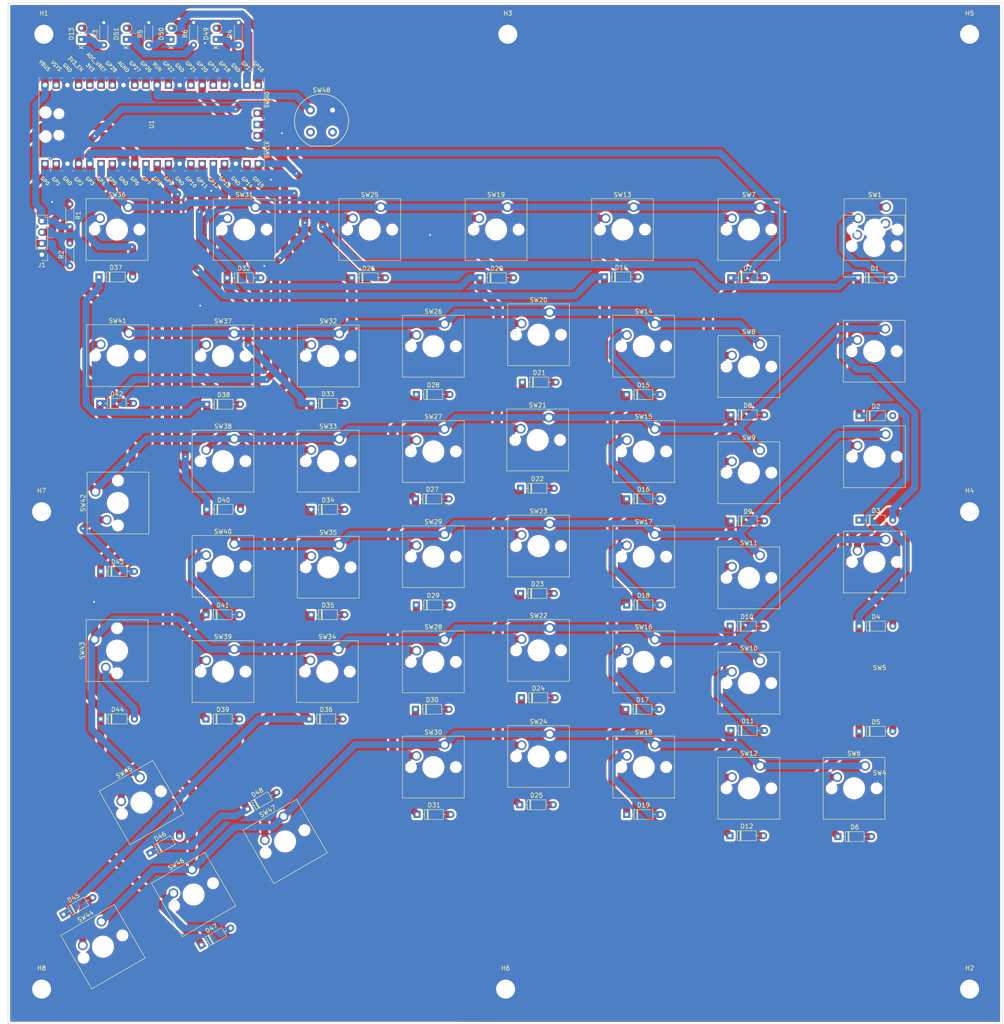
<source format=kicad_pcb>
(kicad_pcb (version 20211014) (generator pcbnew)
  (layers (0 "F.Cu" signal) (31 "B.Cu" signal) (34 "B.Paste" user) (35 "F.Paste" user) (36 "B.SilkS" user "B.Silkscreen") (37 "F.SilkS" user "F.Silkscreen") (38 "B.Mask" user) (39 "F.Mask" user) (44 "Edge.Cuts" user))
  (net 0 "")
  (net 1 "Net-(D1-Pad2)")
  (net 2 "Net-(D2-Pad2)")
  (net 3 "Net-(D3-Pad2)")
  (net 4 "Net-(D4-Pad2)")
  (net 5 "Net-(D5-Pad2)")
  (net 6 "Net-(D6-Pad2)")
  (net 7 "Net-(D7-Pad2)")
  (net 8 "Net-(D8-Pad2)")
  (net 9 "Net-(D9-Pad2)")
  (net 10 "Net-(D10-Pad2)")
  (net 11 "Net-(D11-Pad2)")
  (net 12 "Net-(D12-Pad2)")
  (net 13 "Net-(D14-Pad2)")
  (net 14 "Net-(D15-Pad2)")
  (net 15 "Net-(D16-Pad2)")
  (net 16 "Net-(D17-Pad2)")
  (net 17 "Net-(D18-Pad2)")
  (net 18 "Net-(D19-Pad2)")
  (net 19 "Net-(D20-Pad2)")
  (net 20 "Net-(D21-Pad2)")
  (net 21 "Net-(D22-Pad2)")
  (net 22 "Net-(D23-Pad2)")
  (net 23 "Net-(D24-Pad2)")
  (net 24 "Net-(D25-Pad2)")
  (net 25 "Net-(D26-Pad2)")
  (net 26 "Net-(D27-Pad2)")
  (net 27 "Net-(D28-Pad2)")
  (net 28 "Net-(D29-Pad2)")
  (net 29 "Net-(D30-Pad2)")
  (net 30 "Net-(D31-Pad2)")
  (net 31 "Net-(D32-Pad2)")
  (net 32 "Net-(D33-Pad2)")
  (net 33 "Net-(D34-Pad2)")
  (net 34 "Net-(D35-Pad2)")
  (net 35 "Net-(D36-Pad2)")
  (net 36 "Net-(D37-Pad2)")
  (net 37 "Net-(D38-Pad2)")
  (net 38 "Net-(D39-Pad2)")
  (net 39 "Net-(D40-Pad2)")
  (net 40 "Net-(D41-Pad2)")
  (net 41 "Net-(D42-Pad2)")
  (net 42 "Net-(D43-Pad2)")
  (net 43 "Net-(D44-Pad2)")
  (net 44 "Net-(D45-Pad2)")
  (net 45 "Net-(D46-Pad2)")
  (net 46 "Net-(D47-Pad2)")
  (net 47 "Net-(D48-Pad2)")
  (net 48 "GND")
  (net 49 "Arrow-Right")
  (net 50 "ROW1")
  (net 51 "ROW3")
  (net 52 "ROW5")
  (net 53 "ROW2")
  (net 54 "ROW4")
  (net 55 "ROW6")
  (net 56 "Net-(D13-Pad1)")
  (net 57 "COL1")
  (net 58 "COL2")
  (net 59 "COL3")
  (net 60 "COL4")
  (net 61 "COL5")
  (net 62 "COL6")
  (net 63 "COL7")
  (net 64 "COL8")
  (net 65 "PWM4")
  (net 66 "Net-(D49-Pad1)")
  (net 67 "PWM3")
  (net 68 "Net-(D50-Pad1)")
  (net 69 "PWM2")
  (net 70 "Net-(D51-Pad1)")
  (net 71 "PWM1")
  (net 72 "scl")
  (net 73 "sda")
  (net 74 "VCC")
  (net 75 "Net-(SW48-Pad1)")
  (footprint "Diode_THT:D_DO-35_SOD27_P7.62mm_Horizontal" (layer "F.Cu") (at 258.38 85.1996)
    (fp_text reference "D1")
    (fp_text value "1N4148")
  )
  (footprint "Diode_THT:D_DO-35_SOD27_P7.62mm_Horizontal" (layer "F.Cu") (at 258.6 116.3996)
    (fp_text reference "D2")
    (fp_text value "1N4148")
  )
  (footprint "Diode_THT:D_DO-35_SOD27_P7.62mm_Horizontal" (layer "F.Cu") (at 258.6 139.9996)
    (fp_text reference "D3")
    (fp_text value "1N4148")
  )
  (footprint "Diode_THT:D_DO-35_SOD27_P7.62mm_Horizontal" (layer "F.Cu") (at 258.6 163.9996)
    (fp_text reference "D4")
    (fp_text value "1N4148")
  )
  (footprint "Diode_THT:D_DO-35_SOD27_P7.62mm_Horizontal" (layer "F.Cu") (at 258.6 187.7996)
    (fp_text reference "D5")
    (fp_text value "1N4148")
  )
  (footprint "Diode_THT:D_DO-35_SOD27_P7.62mm_Horizontal" (layer "F.Cu") (at 253.8 211.5996)
    (fp_text reference "D6")
    (fp_text value "1N4148")
  )
  (footprint "Diode_THT:D_DO-35_SOD27_P7.62mm_Horizontal" (layer "F.Cu") (at 229.58 85.1996)
    (fp_text reference "D7")
    (fp_text value "1N4148")
  )
  (footprint "Diode_THT:D_DO-35_SOD27_P7.62mm_Horizontal" (layer "F.Cu") (at 229.6 116.1996)
    (fp_text reference "D8")
    (fp_text value "1N4148")
  )
  (footprint "Diode_THT:D_DO-35_SOD27_P7.62mm_Horizontal" (layer "F.Cu") (at 229.6 140.1996)
    (fp_text reference "D9")
    (fp_text value "1N4148")
  )
  (footprint "Diode_THT:D_DO-35_SOD27_P7.62mm_Horizontal" (layer "F.Cu") (at 229.4 163.9996)
    (fp_text reference "D10")
    (fp_text value "1N4148")
  )
  (footprint "Diode_THT:D_DO-35_SOD27_P7.62mm_Horizontal" (layer "F.Cu") (at 229.6 187.5996)
    (fp_text reference "D11")
    (fp_text value "1N4148")
  )
  (footprint "Diode_THT:D_DO-35_SOD27_P7.62mm_Horizontal" (layer "F.Cu") (at 229.38 211.3996)
    (fp_text reference "D12")
    (fp_text value "1N4148")
  )
  (footprint "Diode_THT:D_DO-35_SOD27_P7.62mm_Horizontal" (layer "F.Cu") (at 200.98 84.9996)
    (fp_text reference "D14")
    (fp_text value "1N4148")
  )
  (footprint "Diode_THT:D_DO-35_SOD27_P7.62mm_Horizontal" (layer "F.Cu") (at 206 111.5996)
    (fp_text reference "D15")
    (fp_text value "1N4148")
  )
  (footprint "Diode_THT:D_DO-35_SOD27_P7.62mm_Horizontal" (layer "F.Cu") (at 206 135.1996)
    (fp_text reference "D16")
    (fp_text value "1N4148")
  )
  (footprint "Diode_THT:D_DO-35_SOD27_P7.62mm_Horizontal" (layer "F.Cu") (at 205.78 182.7996)
    (fp_text reference "D17")
    (fp_text value "1N4148")
  )
  (footprint "Diode_THT:D_DO-35_SOD27_P7.62mm_Horizontal" (layer "F.Cu") (at 206 159.1996)
    (fp_text reference "D18")
    (fp_text value "1N4148")
  )
  (footprint "Diode_THT:D_DO-35_SOD27_P7.62mm_Horizontal" (layer "F.Cu") (at 206 206.5996)
    (fp_text reference "D19")
    (fp_text value "1N4148")
  )
  (footprint "Diode_THT:D_DO-35_SOD27_P7.62mm_Horizontal" (layer "F.Cu") (at 172.8 85.1996)
    (fp_text reference "D20")
    (fp_text value "1N4148")
  )
  (footprint "Diode_THT:D_DO-35_SOD27_P7.62mm_Horizontal" (layer "F.Cu") (at 182.4 108.7996)
    (fp_text reference "D21")
    (fp_text value "1N4148")
  )
  (footprint "Diode_THT:D_DO-35_SOD27_P7.62mm_Horizontal" (layer "F.Cu") (at 182 132.7996)
    (fp_text reference "D22")
    (fp_text value "1N4148")
  )
  (footprint "Diode_THT:D_DO-35_SOD27_P7.62mm_Horizontal" (layer "F.Cu") (at 182 156.5996)
    (fp_text reference "D23")
    (fp_text value "1N4148")
  )
  (footprint "Diode_THT:D_DO-35_SOD27_P7.62mm_Horizontal" (layer "F.Cu") (at 182.2 180.1996)
    (fp_text reference "D24")
    (fp_text value "1N4148")
  )
  (footprint "Diode_THT:D_DO-35_SOD27_P7.62mm_Horizontal" (layer "F.Cu") (at 181.8 204.3996)
    (fp_text reference "D25")
    (fp_text value "1N4148")
  )
  (footprint "Diode_THT:D_DO-35_SOD27_P7.62mm_Horizontal" (layer "F.Cu") (at 143.8 85.1996)
    (fp_text reference "D26")
    (fp_text value "1N4148")
  )
  (footprint "Diode_THT:D_DO-35_SOD27_P7.62mm_Horizontal" (layer "F.Cu") (at 158.2 135.1996)
    (fp_text reference "D27")
    (fp_text value "1N4148")
  )
  (footprint "Diode_THT:D_DO-35_SOD27_P7.62mm_Horizontal" (layer "F.Cu") (at 158.4 111.5996)
    (fp_text reference "D28")
    (fp_text value "1N4148")
  )
  (footprint "Diode_THT:D_DO-35_SOD27_P7.62mm_Horizontal" (layer "F.Cu") (at 158.4 159.1996)
    (fp_text reference "D29")
    (fp_text value "1N4148")
  )
  (footprint "Diode_THT:D_DO-35_SOD27_P7.62mm_Horizontal" (layer "F.Cu") (at 158.2 182.7996)
    (fp_text reference "D30")
    (fp_text value "1N4148")
  )
  (footprint "Diode_THT:D_DO-35_SOD27_P7.62mm_Horizontal" (layer "F.Cu") (at 158.6 206.5996)
    (fp_text reference "D31")
    (fp_text value "1N4148")
  )
  (footprint "Diode_THT:D_DO-35_SOD27_P7.62mm_Horizontal" (layer "F.Cu") (at 115.6 85.1996)
    (fp_text reference "D32")
    (fp_text value "1N4148")
  )
  (footprint "Diode_THT:D_DO-35_SOD27_P7.62mm_Horizontal" (layer "F.Cu") (at 134.6 113.5996)
    (fp_text reference "D33")
    (fp_text value "1N4148")
  )
  (footprint "Diode_THT:D_DO-35_SOD27_P7.62mm_Horizontal" (layer "F.Cu") (at 134.6 137.5996)
    (fp_text reference "D34")
    (fp_text value "1N4148")
  )
  (footprint "Diode_THT:D_DO-35_SOD27_P7.62mm_Horizontal" (layer "F.Cu") (at 134.6 161.3996)
    (fp_text reference "D35")
    (fp_text value "1N4148")
  )
  (footprint "Diode_THT:D_DO-35_SOD27_P7.62mm_Horizontal" (layer "F.Cu") (at 134.2 184.9996)
    (fp_text reference "D36")
    (fp_text value "1N4148")
  )
  (footprint "Diode_THT:D_DO-35_SOD27_P7.62mm_Horizontal" (layer "F.Cu") (at 86.6 84.9996)
    (fp_text reference "D37")
    (fp_text value "1N4148")
  )
  (footprint "Diode_THT:D_DO-35_SOD27_P7.62mm_Horizontal" (layer "F.Cu") (at 111 113.7996)
    (fp_text reference "D38")
    (fp_text value "1N4148")
  )
  (footprint "Diode_THT:D_DO-35_SOD27_P7.62mm_Horizontal" (layer "F.Cu") (at 110.8 184.9996)
    (fp_text reference "D39")
    (fp_text value "1N4148")
  )
  (footprint "Diode_THT:D_DO-35_SOD27_P7.62mm_Horizontal" (layer "F.Cu") (at 111 137.5996)
    (fp_text reference "D40")
    (fp_text value "1N4148")
  )
  (footprint "Diode_THT:D_DO-35_SOD27_P7.62mm_Horizontal" (layer "F.Cu") (at 110.8 161.3996)
    (fp_text reference "D41")
    (fp_text value "1N4148")
  )
  (footprint "Diode_THT:D_DO-35_SOD27_P7.62mm_Horizontal" (layer "F.Cu") (at 86.8 113.5996)
    (fp_text reference "D42")
    (fp_text value "1N4148")
  )
  (footprint "Diode_THT:D_DO-35_SOD27_P7.62mm_Horizontal" (layer "F.Cu") (at 87 151.5996)
    (fp_text reference "D43")
    (fp_text value "1N4148")
  )
  (footprint "Diode_THT:D_DO-35_SOD27_P7.62mm_Horizontal" (layer "F.Cu") (at 87 184.9996)
    (fp_text reference "D44")
    (fp_text value "1N4148")
  )
  (footprint "Diode_THT:D_DO-35_SOD27_P7.62mm_Horizontal" (layer "F.Cu") (at 78.5909 229.2046 30)
    (fp_text reference "D45")
    (fp_text value "1N4148")
  )
  (footprint "Diode_THT:D_DO-35_SOD27_P7.62mm_Horizontal" (layer "F.Cu") (at 98.2009 215.3096 30)
    (fp_text reference "D46")
    (fp_text value "1N4148")
  )
  (footprint "Diode_THT:D_DO-35_SOD27_P7.62mm_Horizontal" (layer "F.Cu") (at 109.8009 236.1096 30)
    (fp_text reference "D47")
    (fp_text value "1N4148")
  )
  (footprint "Diode_THT:D_DO-35_SOD27_P7.62mm_Horizontal" (layer "F.Cu") (at 120.19 205.3946 30)
    (fp_text reference "D48")
    (fp_text value "1N4148")
  )
  (footprint "Button_Switch_Keyboard:SW_Cherry_MX_1.00u_PCB" (layer "F.Cu") (at 264.74 69.1996)
    (fp_text reference "SW1")
    (fp_text value "MX-NO-LED")
  )
  (footprint "Button_Switch_Keyboard:SW_Cherry_MX_1.50u_PCB" (layer "F.Cu") (at 264.55 72.925)
    (fp_text reference "SW2")
    (fp_text value "MX-NO-LED")
  )
  (footprint "Button_Switch_Keyboard:SW_Cherry_MX_1.50u_PCB" (layer "F.Cu") (at 264.55 96.725)
    (fp_text reference "SW3")
    (fp_text value "MX-NO-LED")
  )
  (footprint "Button_Switch_Keyboard:SW_Cherry_MX_1.50u_PCB" (layer "F.Cu") (at 264.61 144.405)
    (fp_text reference "SW4")
    (fp_text value "MX-NO-LED")
  )
  (footprint "Button_Switch_Keyboard:SW_Cherry_MX_1.50u_PCB" (layer "F.Cu") (at 264.61 120.605)
    (fp_text reference "SW5")
    (fp_text value "MX-NO-LED")
  )
  (footprint "Button_Switch_Keyboard:SW_Cherry_MX_1.00u_PCB" (layer "F.Cu") (at 260 195.5996)
    (fp_text reference "SW6")
    (fp_text value "MX-NO-LED")
  )
  (footprint "Button_Switch_Keyboard:SW_Cherry_MX_1.00u_PCB" (layer "F.Cu") (at 236.2 69.1996)
    (fp_text reference "SW7")
    (fp_text value "MX-NO-LED")
  )
  (footprint "Button_Switch_Keyboard:SW_Cherry_MX_1.00u_PCB" (layer "F.Cu") (at 236.2 100.1996)
    (fp_text reference "SW8")
    (fp_text value "MX-NO-LED")
  )
  (footprint "Button_Switch_Keyboard:SW_Cherry_MX_1.00u_PCB" (layer "F.Cu") (at 236.2 124.1996)
    (fp_text reference "SW9")
    (fp_text value "MX-NO-LED")
  )
  (footprint "Button_Switch_Keyboard:SW_Cherry_MX_1.00u_PCB" (layer "F.Cu") (at 236.2 171.7996)
    (fp_text reference "SW10")
    (fp_text value "MX-NO-LED")
  )
  (footprint "Button_Switch_Keyboard:SW_Cherry_MX_1.00u_PCB" (layer "F.Cu") (at 236.2 147.9996)
    (fp_text reference "SW11")
    (fp_text value "MX-NO-LED")
  )
  (footprint "Button_Switch_Keyboard:SW_Cherry_MX_1.00u_PCB" (layer "F.Cu") (at 236.2 195.5996)
    (fp_text reference "SW12")
    (fp_text value "MX-NO-LED")
  )
  (footprint "Button_Switch_Keyboard:SW_Cherry_MX_1.00u_PCB" (layer "F.Cu") (at 207.6 69.1996)
    (fp_text reference "SW13")
    (fp_text value "MX-NO-LED")
  )
  (footprint "Button_Switch_Keyboard:SW_Cherry_MX_1.00u_PCB" (layer "F.Cu") (at 212.4 95.5996)
    (fp_text reference "SW14")
    (fp_text value "MX-NO-LED")
  )
  (footprint "Button_Switch_Keyboard:SW_Cherry_MX_1.00u_PCB" (layer "F.Cu") (at 212.4 119.3996)
    (fp_text reference "SW15")
    (fp_text value "MX-NO-LED")
  )
  (footprint "Button_Switch_Keyboard:SW_Cherry_MX_1.00u_PCB" (layer "F.Cu") (at 212.4 166.9996)
    (fp_text reference "SW16")
    (fp_text value "MX-NO-LED")
  )
  (footprint "Button_Switch_Keyboard:SW_Cherry_MX_1.00u_PCB" (layer "F.Cu") (at 212.4 143.1996)
    (fp_text reference "SW17")
    (fp_text value "MX-NO-LED")
  )
  (footprint "Button_Switch_Keyboard:SW_Cherry_MX_1.00u_PCB" (layer "F.Cu") (at 212.4 190.7996)
    (fp_text reference "SW18")
    (fp_text value "MX-NO-LED")
  )
  (footprint "Button_Switch_Keyboard:SW_Cherry_MX_1.00u_PCB" (layer "F.Cu") (at 179 69.1996)
    (fp_text reference "SW19")
    (fp_text value "MX-NO-LED")
  )
  (footprint "Button_Switch_Keyboard:SW_Cherry_MX_1.00u_PCB" (layer "F.Cu") (at 188.6 92.9996)
    (fp_text reference "SW20")
    (fp_text value "MX-NO-LED")
  )
  (footprint "Button_Switch_Keyboard:SW_Cherry_MX_1.00u_PCB" (layer "F.Cu") (at 188.4 116.7996)
    (fp_text reference "SW21")
    (fp_text value "MX-NO-LED")
  )
  (footprint "Button_Switch_Keyboard:SW_Cherry_MX_1.00u_PCB" (layer "F.Cu") (at 188.6 164.3996)
    (fp_text reference "SW22")
    (fp_text value "MX-NO-LED")
  )
  (footprint "Button_Switch_Keyboard:SW_Cherry_MX_1.00u_PCB" (layer "F.Cu") (at 188.6 140.7996)
    (fp_text reference "SW23")
    (fp_text value "MX-NO-LED")
  )
  (footprint "Button_Switch_Keyboard:SW_Cherry_MX_1.00u_PCB" (layer "F.Cu") (at 188.6 188.3996)
    (fp_text reference "SW24")
    (fp_text value "MX-NO-LED")
  )
  (footprint "Button_Switch_Keyboard:SW_Cherry_MX_1.00u_PCB" (layer "F.Cu") (at 150.4 69.1996)
    (fp_text reference "SW25")
    (fp_text value "MX-NO-LED")
  )
  (footprint "Button_Switch_Keyboard:SW_Cherry_MX_1.00u_PCB" (layer "F.Cu") (at 164.8 95.5996)
    (fp_text reference "SW26")
    (fp_text value "MX-NO-LED")
  )
  (footprint "Button_Switch_Keyboard:SW_Cherry_MX_1.00u_PCB" (layer "F.Cu") (at 164.8 119.3996)
    (fp_text reference "SW27")
    (fp_text value "MX-NO-LED")
  )
  (footprint "Button_Switch_Keyboard:SW_Cherry_MX_1.00u_PCB" (layer "F.Cu") (at 164.8 166.9996)
    (fp_text reference "SW28")
    (fp_text value "MX-NO-LED")
  )
  (footprint "Button_Switch_Keyboard:SW_Cherry_MX_1.00u_PCB" (layer "F.Cu") (at 164.8 143.1996)
    (fp_text reference "SW29")
    (fp_text value "MX-NO-LED")
  )
  (footprint "Button_Switch_Keyboard:SW_Cherry_MX_1.00u_PCB" (layer "F.Cu") (at 164.8 190.7996)
    (fp_text reference "SW30")
    (fp_text value "MX-NO-LED")
  )
  (footprint "Button_Switch_Keyboard:SW_Cherry_MX_1.00u_PCB" (layer "F.Cu") (at 122 69.1996)
    (fp_text reference "SW31")
    (fp_text value "MX-NO-LED")
  )
  (footprint "Button_Switch_Keyboard:SW_Cherry_MX_1.00u_PCB" (layer "F.Cu") (at 141 97.7996)
    (fp_text reference "SW32")
    (fp_text value "MX-NO-LED")
  )
  (footprint "Button_Switch_Keyboard:SW_Cherry_MX_1.00u_PCB" (layer "F.Cu") (at 141 121.5996)
    (fp_text reference "SW33")
    (fp_text value "MX-NO-LED")
  )
  (footprint "Button_Switch_Keyboard:SW_Cherry_MX_1.00u_PCB" (layer "F.Cu") (at 140.8 169.1996)
    (fp_text reference "SW34")
    (fp_text value "MX-NO-LED")
  )
  (footprint "Button_Switch_Keyboard:SW_Cherry_MX_1.00u_PCB" (layer "F.Cu") (at 141 145.5996)
    (fp_text reference "SW35")
    (fp_text value "MX-NO-LED")
  )
  (footprint "Button_Switch_Keyboard:SW_Cherry_MX_1.00u_PCB" (layer "F.Cu") (at 93.2 69.1996)
    (fp_text reference "SW36")
    (fp_text value "MX-NO-LED")
  )
  (footprint "Button_Switch_Keyboard:SW_Cherry_MX_1.00u_PCB" (layer "F.Cu") (at 117.2 97.7996)
    (fp_text reference "SW37")
    (fp_text value "MX-NO-LED")
  )
  (footprint "Button_Switch_Keyboard:SW_Cherry_MX_1.00u_PCB" (layer "F.Cu") (at 117.2 121.5996)
    (fp_text reference "SW38")
    (fp_text value "MX-NO-LED")
  )
  (footprint "Button_Switch_Keyboard:SW_Cherry_MX_1.00u_PCB" (layer "F.Cu") (at 117.2 169.1996)
    (fp_text reference "SW39")
    (fp_text value "MX-NO-LED")
  )
  (footprint "Button_Switch_Keyboard:SW_Cherry_MX_1.00u_PCB" (layer "F.Cu") (at 117.2 145.3996)
    (fp_text reference "SW40")
    (fp_text value "MX-NO-LED")
  )
  (footprint "Button_Switch_Keyboard:SW_Cherry_MX_1.00u_PCB" (layer "F.Cu") (at 93.34 97.7196)
    (fp_text reference "SW41")
    (fp_text value "MX-NO-LED")
  )
  (footprint "Button_Switch_Keyboard:SW_Cherry_MX_1.50u_PCB" (layer "F.Cu") (at 85.8 133.5996 90)
    (fp_text reference "SW42")
    (fp_text value "MX-NO-LED")
  )
  (footprint "Button_Switch_Keyboard:SW_Cherry_MX_1.50u_PCB" (layer "F.Cu") (at 85.6 166.9996 90)
    (fp_text reference "SW43")
    (fp_text value "MX-NO-LED")
  )
  (footprint "Button_Switch_Keyboard:SW_Cherry_MX_1.00u_PCB" (layer "F.Cu") (at 87.1597 230.8306 30)
    (fp_text reference "SW44")
    (fp_text value "MX-NO-LED")
  )
  (footprint "Button_Switch_Keyboard:SW_Cherry_MX_1.00u_PCB" (layer "F.Cu") (at 95.8597 198.2306 30)
    (fp_text reference "SW45")
    (fp_text value "MX-NO-LED")
  )
  (footprint "Button_Switch_Keyboard:SW_Cherry_MX_1.00u_PCB" (layer "F.Cu") (at 107.6597 219.0306 30)
    (fp_text reference "SW46")
    (fp_text value "MX-NO-LED")
  )
  (footprint "Button_Switch_Keyboard:SW_Cherry_MX_1.00u_PCB" (layer "F.Cu") (at 128.3597 207.0306 30)
    (fp_text reference "SW47")
    (fp_text value "MX-NO-LED")
  )
  (footprint "MountingHole:MountingHole_4.3mm_M4_DIN965_Pad" (layer "F.Cu") (at 74.11 30.105)
    (fp_text reference "H1")
    (fp_text value "MountingHole_Pad")
  )
  (footprint "MountingHole:MountingHole_4.3mm_M4_DIN965_Pad" (layer "F.Cu") (at 283.61 246.105)
    (fp_text reference "H2")
    (fp_text value "MountingHole_Pad")
  )
  (footprint "MountingHole:MountingHole_4.3mm_M4_DIN965_Pad" (layer "F.Cu") (at 179.11 30.105)
    (fp_text reference "H3")
    (fp_text value "MountingHole_Pad")
  )
  (footprint "MountingHole:MountingHole_4.3mm_M4_DIN965_Pad" (layer "F.Cu") (at 283.61 138.105)
    (fp_text reference "H4")
    (fp_text value "MountingHole_Pad")
  )
  (footprint "MountingHole:MountingHole_4.3mm_M4_DIN965_Pad" (layer "F.Cu") (at 283.61 30.105)
    (fp_text reference "H5")
    (fp_text value "MountingHole_Pad")
  )
  (footprint "MountingHole:MountingHole_4.3mm_M4_DIN965_Pad" (layer "F.Cu") (at 178.61 246.105)
    (fp_text reference "H6")
    (fp_text value "MountingHole_Pad")
  )
  (footprint "MountingHole:MountingHole_4.3mm_M4_DIN965_Pad" (layer "F.Cu") (at 73.61 138.105)
    (fp_text reference "H7")
    (fp_text value "MountingHole_Pad")
  )
  (footprint "MountingHole:MountingHole_4.3mm_M4_DIN965_Pad" (layer "F.Cu") (at 73.61 246.105)
    (fp_text reference "H8")
    (fp_text value "MountingHole_Pad")
  )
  (footprint "Button_Switch_THT:Push_E-Switch_KS01Q01" (layer "F.Cu") (at 134.45 47.2563)
    (fp_text reference "SW48")
    (fp_text value "SW_Push/KS-01Q-01")
  )
  (footprint "Diode_THT:D_DO-34_SOD68_P2.54mm_Vertical_KathodeUp" (layer "F.Cu") (at 102.92 31.27 90)
    (fp_text reference "D50")
    (fp_text value "LED")
  )
  (footprint "Diode_THT:D_DO-34_SOD68_P2.54mm_Vertical_KathodeUp" (layer "F.Cu") (at 92.76 31.27 90)
    (fp_text reference "D51")
    (fp_text value "LED")
  )
  (footprint "Resistor_THT:R_Axial_DIN0204_L3.6mm_D1.6mm_P5.08mm_Horizontal" (layer "F.Cu") (at 108 32.54 90)
    (fp_text reference "R6")
    (fp_text value "330")
  )
  (footprint "MCU_RaspberryPi_and_Boards:RPi_Pico_SMD_TH" (layer "F.Cu") (at 98.5 50.5 90)
    (fp_text reference "U1")
    (fp_text value "Pico")
  )
  (footprint "Resistor_THT:R_Axial_DIN0204_L3.6mm_D1.6mm_P5.08mm_Horizontal" (layer "F.Cu") (at 87.68 32.54 90)
    (fp_text reference "R3")
    (fp_text value "330")
  )
  (footprint "Resistor_THT:R_Axial_DIN0204_L3.6mm_D1.6mm_P5.08mm_Horizontal" (layer "F.Cu") (at 97.84 32.54 90)
    (fp_text reference "R5")
    (fp_text value "330")
  )
  (footprint "Resistor_THT:R_Axial_DIN0204_L3.6mm_D1.6mm_P5.08mm_Horizontal" (layer "F.Cu") (at 118.16 32.54 90)
    (fp_text reference "R4")
    (fp_text value "330")
  )
  (footprint "Resistor_THT:R_Axial_DIN0204_L3.6mm_D1.6mm_P5.08mm_Horizontal" (layer "F.Cu") (at 80 68.53 -90)
    (fp_text reference "R1")
    (fp_text value "4.7K")
  )
  (footprint "Diode_THT:D_DO-34_SOD68_P2.54mm_Vertical_KathodeUp" (layer "F.Cu") (at 82.6 31.27 90)
    (fp_text reference "D13")
    (fp_text value "LED")
  )
  (footprint "Resistor_THT:R_Axial_DIN0204_L3.6mm_D1.6mm_P5.08mm_Horizontal" (layer "F.Cu") (at 80 82.5 90)
    (fp_text reference "R2")
    (fp_text value "4.7K")
  )
  (footprint "Diode_THT:D_DO-34_SOD68_P2.54mm_Vertical_KathodeUp" (layer "F.Cu") (at 113.08 31.27 90)
    (fp_text reference "D49")
    (fp_text value "LED")
  )
  (footprint "Connector_PinHeader_2.54mm:PinHeader_1x04_P2.54mm_Vertical" (layer "F.Cu") (at 73.65 79.96 180)
    (fp_text reference "J1")
    (fp_text value "Conn_01x04_Male/I2C")
  )
  (gr_rect (start 66 23) (end 291 254) (layer "Edge.Cuts") (width 0.1) (fill none))
  (segment (start 256.7428 71.7396) (end 254.8707 73.6117) (width 1.6) (layer "B.Cu") (net 1))
  (segment (start 254.8707 73.6117) (end 254.8707 78.8461) (width 1.6) (layer "B.Cu") (net 1))
  (segment (start 258.0121 81.9875) (end 260.3879 81.9875) (width 1.6) (layer "B.Cu") (net 1))
  (segment (start 254.8707 78.8461) (end 258.0121 81.9875) (width 1.6) (layer "B.Cu") (net 1))
  (segment (start 266 85.1996) (end 263.6 85.1996) (width 1.6) (layer "B.Cu") (net 1))
  (segment (start 258.39 71.7396) (end 256.7428 71.7396) (width 1.6) (layer "B.Cu") (net 1))
  (segment (start 260.3879 81.9875) (end 263.6 85.1996) (width 1.6) (layer "B.Cu") (net 1))
  (segment (start 258.1116 105.9204) (end 254.8312 102.64) (width 1.6) (layer "B.Cu") (net 3))
  (segment (start 266.22 139.9996) (end 266.22 137.5996) (width 1.6) (layer "B.Cu") (net 3))
  (segment (start 261.398 105.9204) (end 258.1116 105.9204) (width 1.6) (layer "B.Cu") (net 3))
  (segment (start 271.2002 115.7226) (end 261.398 105.9204) (width 1.6) (layer "B.Cu") (net 3))
  (segment (start 254.8312 102.64) (end 254.8312 100.9562) (width 1.6) (layer "B.Cu") (net 3))
  (segment (start 271.2002 132.6194) (end 271.2002 115.7226) (width 1.6) (layer "B.Cu") (net 3))
  (segment (start 256.5224 99.265) (end 258.2 99.265) (width 1.6) (layer "B.Cu") (net 3))
  (segment (start 266.22 137.5996) (end 271.2002 132.6194) (width 1.6) (layer "B.Cu") (net 3))
  (segment (start 254.8312 100.9562) (end 256.5224 99.265) (width 1.6) (layer "B.Cu") (net 3))
  (segment (start 254.9124 124.8223) (end 256.5897 123.145) (width 1.6) (layer "F.Cu") (net 4))
  (segment (start 254.9124 150.367) (end 254.9124 124.8223) (width 1.6) (layer "F.Cu") (net 4))
  (segment (start 266.22 161.5996) (end 266.145 161.5996) (width 1.6) (layer "F.Cu") (net 4))
  (segment (start 256.5897 123.145) (end 258.26 123.145) (width 1.6) (layer "F.Cu") (net 4))
  (segment (start 266.22 163.9996) (end 266.22 161.5996) (width 1.6) (layer "F.Cu") (net 4))
  (segment (start 266.145 161.5996) (end 254.9124 150.367) (width 1.6) (layer "F.Cu") (net 4))
  (segment (start 267.0272 137.9708) (end 265.3251 137.9708) (width 1.6) (layer "F.Cu") (net 5))
  (segment (start 258.26 145.0359) (end 258.26 146.945) (width 1.6) (layer "F.Cu") (net 5))
  (segment (start 269.2441 182.3755) (end 269.2441 140.1877) (width 1.6) (layer "F.Cu") (net 5))
  (segment (start 269.2441 140.1877) (end 267.0272 137.9708) (width 1.6) (layer "F.Cu") (net 5))
  (segment (start 266.22 185.3996) (end 269.2441 182.3755) (width 1.6) (layer "F.Cu") (net 5))
  (segment (start 265.3251 137.9708) (end 258.26 145.0359) (width 1.6) (layer "F.Cu") (net 5))
  (segment (start 266.22 187.7996) (end 266.22 185.3996) (width 1.6) (layer "F.Cu") (net 5))
  (segment (start 253.65 198.1396) (end 251.9778 198.1396) (width 1.6) (layer "F.Cu") (net 6))
  (segment (start 261.42 211.5996) (end 259.02 211.5996) (width 1.6) (layer "F.Cu") (net 6))
  (segment (start 251.9778 198.1396) (end 250.2857 199.8317) (width 1.6) (layer "F.Cu") (net 6))
  (segment (start 250.2857 199.8317) (end 250.2857 202.8653) (width 1.6) (layer "F.Cu") (net 6))
  (segment (start 250.2857 202.8653) (end 259.02 211.5996) (width 1.6) (layer "F.Cu") (net 6))
  (segment (start 226.4857 73.4317) (end 226.4857 76.8853) (width 1.6) (layer "F.Cu") (net 7))
  (segment (start 229.85 71.7396) (end 228.1778 71.7396) (width 1.6) (layer "F.Cu") (net 7))
  (segment (start 237.2 85.1996) (end 234.8 85.1996) (width 1.6) (layer "F.Cu") (net 7))
  (segment (start 226.4857 76.8853) (end 234.8 85.1996) (width 1.6) (layer "F.Cu") (net 7))
  (segment (start 228.1778 71.7396) (end 226.4857 73.4317) (width 1.6) (layer "F.Cu") (net 7))
  (segment (start 237.22 116.1996) (end 234.82 116.1996) (width 1.6) (layer "F.Cu") (net 8))
  (segment (start 226.4857 107.8653) (end 234.82 116.1996) (width 1.6) (layer "F.Cu") (net 8))
  (segment (start 226.4857 104.4396) (end 226.4857 107.8653) (width 1.6) (layer "F.Cu") (net 8))
  (segment (start 228.1857 102.7396) (end 226.4857 104.4396) (width 1.6) (layer "F.Cu") (net 8))
  (segment (start 229.85 102.7396) (end 228.1857 102.7396) (width 1.6) (layer "F.Cu") (net 8))
  (segment (start 226.492 131.8716) (end 234.82 140.1996) (width 1.6) (layer "F.Cu") (net 9))
  (segment (start 229.85 126.7396) (end 228.1762 126.7396) (width 1.6) (layer "F.Cu") (net 9))
  (segment (start 226.492 128.4238) (end 226.492 131.8716) (width 1.6) (layer "F.Cu") (net 9))
  (segment (start 237.22 140.1996) (end 234.82 140.1996) (width 1.6) (layer "F.Cu") (net 9))
  (segment (start 228.1762 126.7396) (end 226.492 128.4238) (width 1.6) (layer "F.Cu") (net 9))
  (segment (start 226.492 152.2238) (end 226.492 155.8716) (width 1.6) (layer "F.Cu") (net 10))
  (segment (start 228.1762 150.5396) (end 226.492 152.2238) (width 1.6) (layer "F.Cu") (net 10))
  (segment (start 237.02 163.9996) (end 234.62 163.9996) (width 1.6) (layer "F.Cu") (net 10))
  (segment (start 229.85 150.5396) (end 228.1762 150.5396) (width 1.6) (layer "F.Cu") (net 10))
  (segment (start 226.492 155.8716) (end 234.62 163.9996) (width 1.6) (layer "F.Cu") (net 10))
  (segment (start 237.22 187.5996) (end 234.82 187.5996) (width 1.6) (layer "B.Cu") (net 11))
  (segment (start 228.1954 174.3396) (end 226.4924 176.0426) (width 1.6) (layer "B.Cu") (net 11))
  (segment (start 226.4924 179.272) (end 234.82 187.5996) (width 1.6) (layer "B.Cu") (net 11))
  (segment (start 226.4924 176.0426) (end 226.4924 179.272) (width 1.6) (layer "B.Cu") (net 11))
  (segment (start 229.85 174.3396) (end 228.1954 174.3396) (width 1.6) (layer "B.Cu") (net 11))
  (segment (start 226.492 203.2916) (end 234.6 211.3996) (width 1.6) (layer "F.Cu") (net 12))
  (segment (start 226.492 199.8238) (end 226.492 203.2916) (width 1.6) (layer "F.Cu") (net 12))
  (segment (start 228.1762 198.1396) (end 226.492 199.8238) (width 1.6) (layer "F.Cu") (net 12))
  (segment (start 237 211.3996) (end 234.6 211.3996) (width 1.6) (layer "F.Cu") (net 12))
  (segment (start 229.85 198.1396) (end 228.1762 198.1396) (width 1.6) (layer "F.Cu") (net 12))
  (segment (start 197.8857 73.4317) (end 197.8857 76.6853) (width 1.6) (layer "F.Cu") (net 13))
  (segment (start 201.25 71.7396) (end 199.5778 71.7396) (width 1.6) (layer "F.Cu") (net 13))
  (segment (start 197.8857 76.6853) (end 206.2 84.9996) (width 1.6) (layer "F.Cu") (net 13))
  (segment (start 208.6 84.9996) (end 206.2 84.9996) (width 1.6) (layer "F.Cu") (net 13))
  (segment (start 199.5778 71.7396) (end 197.8857 73.4317) (width 1.6) (layer "F.Cu") (net 13))
  (segment (start 206.05 98.1396) (end 204.3844 98.1396) (width 1.6) (layer "B.Cu") (net 14))
  (segment (start 204.3844 98.1396) (end 202.7297 99.7943) (width 1.6) (layer "B.Cu") (net 14))
  (segment (start 202.7297 103.1093) (end 211.22 111.5996) (width 1.6) (layer "B.Cu") (net 14))
  (segment (start 202.7297 99.7943) (end 202.7297 103.1093) (width 1.6) (layer "B.Cu") (net 14))
  (segment (start 213.62 111.5996) (end 211.22 111.5996) (width 1.6) (layer "B.Cu") (net 14))
  (segment (start 213.62 135.1996) (end 211.22 135.1996) (width 1.6) (layer "B.Cu") (net 15))
  (segment (start 202.7288 123.6243) (end 202.7288 126.7084) (width 1.6) (layer "B.Cu") (net 15))
  (segment (start 206.05 121.9396) (end 204.4135 121.9396) (width 1.6) (layer "B.Cu") (net 15))
  (segment (start 204.4135 121.9396) (end 202.7288 123.6243) (width 1.6) (layer "B.Cu") (net 15))
  (segment (start 202.7288 126.7084) (end 211.22 135.1996) (width 1.6) (layer "B.Cu") (net 15))
  (segment (start 202.7233 174.5229) (end 211 182.7996) (width 1.6) (layer "B.Cu") (net 16))
  (segment (start 202.7233 171.2008) (end 202.7233 174.5229) (width 1.6) (layer "B.Cu") (net 16))
  (segment (start 206.05 169.5396) (end 204.3845 169.5396) (width 1.6) (layer "B.Cu") (net 16))
  (segment (start 204.3845 169.5396) (end 202.7233 171.2008) (width 1.6) (layer "B.Cu") (net 16))
  (segment (start 213.4 182.7996) (end 211 182.7996) (width 1.6) (layer "B.Cu") (net 16))
  (segment (start 213.62 159.1996) (end 211.22 159.1996) (width 1.6) (layer "B.Cu") (net 17))
  (segment (start 204.3844 145.7396) (end 202.7297 147.3943) (width 1.6) (layer "B.Cu") (net 17))
  (segment (start 202.7297 147.3943) (end 202.7297 150.7093) (width 1.6) (layer "B.Cu") (net 17))
  (segment (start 202.7297 150.7093) (end 211.22 159.1996) (width 1.6) (layer "B.Cu") (net 17))
  (segment (start 206.05 145.7396) (end 204.3844 145.7396) (width 1.6) (layer "B.Cu") (net 17))
  (segment (start 206.05 193.3396) (end 204.3844 193.3396) (width 1.6) (layer "B.Cu") (net 18))
  (segment (start 204.3844 193.3396) (end 202.7197 195.0043) (width 1.6) (layer "B.Cu") (net 18))
  (segment (start 202.7197 195.0043) (end 202.7197 198.0993) (width 1.6) (layer "B.Cu") (net 18))
  (segment (start 202.7197 198.0993) (end 211.22 206.5996) (width 1.6) (layer "B.Cu") (net 18))
  (segment (start 213.62 206.5996) (end 211.22 206.5996) (width 1.6) (layer "B.Cu") (net 18))
  (segment (start 169.2857 73.4317) (end 169.2857 76.4653) (width 1.6) (layer "F.Cu") (net 19))
  (segment (start 169.2857 76.4653) (end 178.02 85.1996) (width 1.6) (layer "F.Cu") (net 19))
  (segment (start 170.9778 71.7396) (end 169.2857 73.4317) (width 1.6) (layer "F.Cu") (net 19))
  (segment (start 172.65 71.7396) (end 170.9778 71.7396) (width 1.6) (layer "F.Cu") (net 19))
  (segment (start 180.42 85.1996) (end 178.02 85.1996) (width 1.6) (layer "F.Cu") (net 19))
  (segment (start 180.5541 95.5396) (end 178.9073 97.1864) (width 1.6) (layer "F.Cu") (net 20))
  (segment (start 182.25 95.5396) (end 180.5541 95.5396) (width 1.6) (layer "F.Cu") (net 20))
  (segment (start 178.9073 97.1864) (end 178.9073 100.0869) (width 1.6) (layer "F.Cu") (net 20))
  (segment (start 178.9073 100.0869) (end 187.62 108.7996) (width 1.6) (layer "F.Cu") (net 20))
  (segment (start 190.02 108.7996) (end 187.62 108.7996) (width 1.6) (layer "F.Cu") (net 20))
  (segment (start 180.4073 119.3396) (end 178.7022 121.0447) (width 1.6) (layer "F.Cu") (net 21))
  (segment (start 178.7022 124.2818) (end 187.22 132.7996) (width 1.6) (layer "F.Cu") (net 21))
  (segment (start 178.7022 121.0447) (end 178.7022 124.2818) (width 1.6) (layer "F.Cu") (net 21))
  (segment (start 182.05 119.3396) (end 180.4073 119.3396) (width 1.6) (layer "F.Cu") (net 21))
  (segment (start 189.62 132.7996) (end 187.22 132.7996) (width 1.6) (layer "F.Cu") (net 21))
  (segment (start 178.9002 144.9935) (end 178.9002 148.2798) (width 1.6) (layer "F.Cu") (net 22))
  (segment (start 180.5541 143.3396) (end 178.9002 144.9935) (width 1.6) (layer "F.Cu") (net 22))
  (segment (start 182.25 143.3396) (end 180.5541 143.3396) (width 1.6) (layer "F.Cu") (net 22))
  (segment (start 178.9002 148.2798) (end 187.22 156.5996) (width 1.6) (layer "F.Cu") (net 22))
  (segment (start 189.62 156.5996) (end 187.22 156.5996) (width 1.6) (layer "F.Cu") (net 22))
  (segment (start 182.25 166.9396) (end 180.5541 166.9396) (width 1.6) (layer "F.Cu") (net 23))
  (segment (start 180.5541 166.9396) (end 178.9102 168.5835) (width 1.6) (layer "F.Cu") (net 23))
  (segment (start 189.82 180.1996) (end 187.42 180.1996) (width 1.6) (layer "F.Cu") (net 23))
  (segment (start 178.9102 168.5835) (end 178.9102 171.6898) (width 1.6) (layer "F.Cu") (net 23))
  (segment (start 178.9102 171.6898) (end 187.42 180.1996) (width 1.6) (layer "F.Cu") (net 23))
  (segment (start 189.42 204.3996) (end 187.02 204.3996) (width 1.6) (layer "F.Cu") (net 24))
  (segment (start 180.5541 190.9396) (end 178.9002 192.5935) (width 1.6) (layer "F.Cu") (net 24))
  (segment (start 178.9002 196.2798) (end 187.02 204.3996) (width 1.6) (layer "F.Cu") (net 24))
  (segment (start 178.9002 192.5935) (end 178.9002 196.2798) (width 1.6) (layer "F.Cu") (net 24))
  (segment (start 182.25 190.9396) (end 180.5541 190.9396) (width 1.6) (layer "F.Cu") (net 24))
  (segment (start 142.3665 71.7396) (end 140.6953 73.4108) (width 1.6) (layer "F.Cu") (net 25))
  (segment (start 151.42 85.1996) (end 149.02 85.1996) (width 1.6) (layer "F.Cu") (net 25))
  (segment (start 144.05 71.7396) (end 142.3665 71.7396) (width 1.6) (layer "F.Cu") (net 25))
  (segment (start 140.6953 73.4108) (end 140.6953 76.8749) (width 1.6) (layer "F.Cu") (net 25))
  (segment (start 140.6953 76.8749) (end 149.02 85.1996) (width 1.6) (layer "F.Cu") (net 25))
  (segment (start 155.1002 126.8798) (end 163.42 135.1996) (width 1.6) (layer "F.Cu") (net 26))
  (segment (start 158.45 121.9396) (end 156.7541 121.9396) (width 1.6) (layer "F.Cu") (net 26))
  (segment (start 155.1002 123.5935) (end 155.1002 126.8798) (width 1.6) (layer "F.Cu") (net 26))
  (segment (start 165.82 135.1996) (end 163.42 135.1996) (width 1.6) (layer "F.Cu") (net 26))
  (segment (start 156.7541 121.9396) (end 155.1002 123.5935) (width 1.6) (layer "F.Cu") (net 26))
  (segment (start 166.02 111.5996) (end 163.62 111.5996) (width 1.6) (layer "F.Cu") (net 27))
  (segment (start 158.45 98.1396) (end 156.7541 98.1396) (width 1.6) (layer "F.Cu") (net 27))
  (segment (start 155.0864 103.066) (end 163.62 111.5996) (width 1.6) (layer "F.Cu") (net 27))
  (segment (start 155.0864 99.8073) (end 155.0864 103.066) (width 1.6) (layer "F.Cu") (net 27))
  (segment (start 156.7541 98.1396) (end 155.0864 99.8073) (width 1.6) (layer "F.Cu") (net 27))
  (segment (start 166.02 159.1996) (end 163.62 159.1996) (width 1.6) (layer "F.Cu") (net 28))
  (segment (start 158.45 145.7396) (end 156.7541 145.7396) (width 1.6) (layer "F.Cu") (net 28))
  (segment (start 155.0864 147.4073) (end 155.0864 150.666) (width 1.6) (layer "F.Cu") (net 28))
  (segment (start 155.0864 150.666) (end 163.62 159.1996) (width 1.6) (layer "F.Cu") (net 28))
  (segment (start 156.7541 145.7396) (end 155.0864 147.4073) (width 1.6) (layer "F.Cu") (net 28))
  (segment (start 156.8039 169.5396) (end 155.0814 171.2621) (width 1.6) (layer "F.Cu") (net 29))
  (segment (start 158.45 169.5396) (end 156.8039 169.5396) (width 1.6) (layer "F.Cu") (net 29))
  (segment (start 165.82 182.7996) (end 163.42 182.7996) (width 1.6) (layer "F.Cu") (net 29))
  (segment (start 155.0814 174.461) (end 163.42 182.7996) (width 1.6) (layer "F.Cu") (net 29))
  (segment (start 155.0814 171.2621) (end 155.0814 174.461) (width 1.6) (layer "F.Cu") (net 29))
  (segment (start 155.114 195.0002) (end 155.114 197.8936) (width 1.6) (layer "F.Cu") (net 30))
  (segment (start 156.7746 193.3396) (end 155.114 195.0002) (width 1.6) (layer "F.Cu") (net 30))
  (segment (start 155.114 197.8936) (end 163.82 206.5996) (width 1.6) (layer "F.Cu") (net 30))
  (segment (start 166.22 206.5996) (end 163.82 206.5996) (width 1.6) (layer "F.Cu") (net 30))
  (segment (start 158.45 193.3396) (end 156.7746 193.3396) (width 1.6) (layer "F.Cu") (net 30))
  (segment (start 120.82 85.1996) (end 120.82 84.2939) (width 1.6) (layer "B.Cu") (net 31))
  (segment (start 113.979 71.7396) (end 115.65 71.7396) (width 1.6) (layer "B.Cu") (net 31))
  (segment (start 123.22 85.1996) (end 120.82 85.1996) (width 1.6) (layer "B.Cu") (net 31))
  (segment (start 120.82 84.2939) (end 112.3226 75.7965) (width 1.6) (layer "B.Cu") (net 31))
  (segment (start 112.3226 73.396) (end 113.979 71.7396) (width 1.6) (layer "B.Cu") (net 31))
  (segment (start 112.3226 75.7965) (end 112.3226 73.396) (width 1.6) (layer "B.Cu") (net 31))
  (segment (start 131.3002 105.0798) (end 139.82 113.5996) (width 1.6) (layer "F.Cu") (net 32))
  (segment (start 142.22 113.5996) (end 139.82 113.5996) (width 1.6) (layer "F.Cu") (net 32))
  (segment (start 134.65 100.3396) (end 132.9702 100.3396) (width 1.6) (layer "F.Cu") (net 32))
  (segment (start 131.3002 102.0096) (end 131.3002 105.0798) (width 1.6) (layer "F.Cu") (net 32))
  (segment (start 132.9702 100.3396) (end 131.3002 102.0096) (width 1.6) (layer "F.Cu") (net 32))
  (segment (start 132.9702 124.1396) (end 131.3002 125.8096) (width 1.6) (layer "F.Cu") (net 33))
  (segment (start 134.65 124.1396) (end 132.9702 124.1396) (width 1.6) (layer "F.Cu") (net 33))
  (segment (start 131.3002 129.0798) (end 139.82 137.5996) (width 1.6) (layer "F.Cu") (net 33))
  (segment (start 131.3002 125.8096) (end 131.3002 129.0798) (width 1.6) (layer "F.Cu") (net 33))
  (segment (start 142.22 137.5996) (end 139.82 137.5996) (width 1.6) (layer "F.Cu") (net 33))
  (segment (start 142.22 161.3996) (end 139.82 161.3996) (width 1.6) (layer "F.Cu") (net 34))
  (segment (start 132.9702 148.1396) (end 131.3002 149.8096) (width 1.6) (layer "F.Cu") (net 34))
  (segment (start 131.3002 149.8096) (end 131.3002 152.8798) (width 1.6) (layer "F.Cu") (net 34))
  (segment (start 134.65 148.1396) (end 132.9702 148.1396) (width 1.6) (layer "F.Cu") (net 34))
  (segment (start 131.3002 152.8798) (end 139.82 161.3996) (width 1.6) (layer "F.Cu") (net 34))
  (segment (start 131.1281 173.3567) (end 131.1281 176.7077) (width 1.6) (layer "F.Cu") (net 35))
  (segment (start 141.82 184.9996) (end 139.42 184.9996) (width 1.6) (layer "F.Cu") (net 35))
  (segment (start 131.1281 176.7077) (end 139.42 184.9996) (width 1.6) (layer "F.Cu") (net 35))
  (segment (start 134.45 171.7396) (end 132.7452 171.7396) (width 1.6) (layer "F.Cu") (net 35))
  (segment (start 132.7452 171.7396) (end 131.1281 173.3567) (width 1.6) (layer "F.Cu") (net 35))
  (segment (start 94.22 78.3228) (end 94.22 84.9996) (width 1.6) (layer "F.Cu") (net 36))
  (segment (start 94.0863 78.1891) (end 94.22 78.3228) (width 1.6) (layer "F.Cu") (net 36))
  (via (at 94.0863 78.1891) (size 1.4) (drill 0.4) (layers "F.Cu" "B.Cu") (net 36))
  (segment (start 85.1448 71.7396) (end 83.5298 73.3546) (width 1.6) (layer "B.Cu") (net 36))
  (segment (start 83.5298 73.3546) (end 83.5298 75.1654) (width 1.6) (layer "B.Cu") (net 36))
  (segment (start 86.5535 78.1891) (end 94.0863 78.1891) (width 1.6) (layer "B.Cu") (net 36))
  (segment (start 83.5298 75.1654) (end 86.5535 78.1891) (width 1.6) (layer "B.Cu") (net 36))
  (segment (start 86.85 71.7396) (end 85.1448 71.7396) (width 1.6) (layer "B.Cu") (net 36))
  (segment (start 118.62 113.7996) (end 116.22 113.7996) (width 1.6) (layer "F.Cu") (net 37))
  (segment (start 107.5248 105.1044) (end 116.22 113.7996) (width 1.6) (layer "F.Cu") (net 37))
  (segment (start 109.183 100.3396) (end 107.5248 101.9978) (width 1.6) (layer "F.Cu") (net 37))
  (segment (start 107.5248 101.9978) (end 107.5248 105.1044) (width 1.6) (layer "F.Cu") (net 37))
  (segment (start 110.85 100.3396) (end 109.183 100.3396) (width 1.6) (layer "F.Cu") (net 37))
  (segment (start 107.5214 176.501) (end 116.02 184.9996) (width 1.6) (layer "F.Cu") (net 38))
  (segment (start 107.5214 173.3623) (end 107.5214 176.501) (width 1.6) (layer "F.Cu") (net 38))
  (segment (start 110.85 171.7396) (end 109.1441 171.7396) (width 1.6) (layer "F.Cu") (net 38))
  (segment (start 109.1441 171.7396) (end 107.5214 173.3623) (width 1.6) (layer "F.Cu") (net 38))
  (segment (start 118.42 184.9996) (end 116.02 184.9996) (width 1.6) (layer "F.Cu") (net 38))
  (segment (start 115.707 119.2826) (end 118.1967 119.2826) (width 1.6) (layer "F.Cu") (net 39))
  (segment (start 121.8373 131.9823) (end 118.62 135.1996) (width 1.6) (layer "F.Cu") (net 39))
  (segment (start 110.85 124.1396) (end 115.707 119.2826) (width 1.6) (layer "F.Cu") (net 39))
  (segment (start 118.1967 119.2826) (end 121.8373 122.9232) (width 1.6) (layer "F.Cu") (net 39))
  (segment (start 118.62 137.5996) (end 118.62 135.1996) (width 1.6) (layer "F.Cu") (net 39))
  (segment (start 121.8373 122.9232) (end 121.8373 131.9823) (width 1.6) (layer "F.Cu") (net 39))
  (segment (start 118.42 161.3996) (end 116.02 161.3996) (width 1.6) (layer "B.Cu") (net 40))
  (segment (start 110.85 147.9396) (end 109.1537 147.9396) (width 1.6) (layer "B.Cu") (net 40))
  (segment (start 107.5192 152.8988) (end 116.02 161.3996) (width 1.6) (layer "B.Cu") (net 40))
  (segment (start 107.5192 149.5741) (end 107.5192 152.8988) (width 1.6) (layer "B.Cu") (net 40))
  (segment (start 109.1537 147.9396) (end 107.5192 149.5741) (width 1.6) (layer "B.Cu") (net 40))
  (segment (start 83.6257 101.9517) (end 83.6257 105.2053) (width 1.6) (layer "F.Cu") (net 41))
  (segment (start 83.6257 105.2053) (end 92.02 113.5996) (width 1.6) (layer "F.Cu") (net 41))
  (segment (start 85.3178 100.2596) (end 83.6257 101.9517) (width 1.6) (layer "F.Cu") (net 41))
  (segment (start 94.42 113.5996) (end 92.02 113.5996) (width 1.6) (layer "F.Cu") (net 41))
  (segment (start 86.99 100.2596) (end 85.3178 100.2596) (width 1.6) (layer "F.Cu") (net 41))
  (segment (start 84.9112 139.9496) (end 82.9608 141.9) (width 1.6) (layer "F.Cu") (net 42))
  (segment (start 88.34 139.9496) (end 84.9112 139.9496) (width 1.6) (layer "F.Cu") (net 42))
  (via (at 82.9608 141.9) (size 1.4) (drill 0.4) (layers "F.Cu" "B.Cu") (net 42))
  (segment (start 82.9608 141.9) (end 92.22 151.1592) (width 1.6) (layer "B.Cu") (net 42))
  (segment (start 92.22 151.1592) (end 92.22 151.5996) (width 1.6) (layer "B.Cu") (net 42))
  (segment (start 94.62 151.5996) (end 92.22 151.5996) (width 1.6) (layer "B.Cu") (net 42))
  (segment (start 88.14 173.3496) (end 88.14 176.1196) (width 1.6) (layer "B.Cu") (net 43))
  (segment (start 88.14 176.1196) (end 94.62 182.5996) (width 1.6) (layer "B.Cu") (net 43))
  (segment (start 94.62 184.9996) (end 94.62 182.5996) (width 1.6) (layer "B.Cu") (net 43))
  (segment (start 85.19 225.3946) (end 82.8809 226.7278) (width 1.6) (layer "F.Cu") (net 44))
  (segment (start 82.9304 236.2053) (end 82.9304 226.7773) (width 1.6) (layer "F.Cu") (net 44))
  (segment (start 82.9304 226.7773) (end 82.8809 226.7278) (width 1.6) (layer "F.Cu") (net 44))
  (segment (start 104.8 202.6512) (end 104.8 211.4996) (width 1.6) (layer "F.Cu") (net 45))
  (segment (start 91.6304 199.1539) (end 94.8548 195.9295) (width 1.6) (layer "F.Cu") (net 45))
  (segment (start 98.0783 195.9295) (end 104.8 202.6512) (width 1.6) (layer "F.Cu") (net 45))
  (segment (start 94.8548 195.9295) (end 98.0783 195.9295) (width 1.6) (layer "F.Cu") (net 45))
  (segment (start 91.6304 203.6053) (end 91.6304 199.1539) (width 1.6) (layer "F.Cu") (net 45))
  (segment (start 116.4 232.2996) (end 114.0909 233.6328) (width 1.6) (layer "B.Cu") (net 46))
  (segment (start 105.7103 232.2996) (end 112.7577 232.2996) (width 1.6) (layer "B.Cu") (net 46))
  (segment (start 112.7577 232.2996) (end 114.0909 233.6328) (width 1.6) (layer "B.Cu") (net 46))
  (segment (start 101.5408 226.2949) (end 101.5408 228.1301) (width 1.6) (layer "B.Cu") (net 46))
  (segment (start 103.4304 224.4053) (end 101.5408 226.2949) (width 1.6) (layer "B.Cu") (net 46))
  (segment (start 101.5408 228.1301) (end 105.7103 232.2996) (width 1.6) (layer "B.Cu") (net 46))
  (segment (start 124.1304 212.4053) (end 124.1304 204.2433) (width 1.6) (layer "F.Cu") (net 47))
  (segment (start 124.48 203.8937) (end 124.48 202.9178) (width 1.6) (layer "F.Cu") (net 47))
  (segment (start 126.7891 201.5846) (end 124.48 202.9178) (width 1.6) (layer "F.Cu") (net 47))
  (segment (start 124.1304 204.2433) (end 124.48 203.8937) (width 1.6) (layer "F.Cu") (net 47))
  (via locked (at 110.585 32.13) (size 1.4) (drill 0.4) (layers "F.Cu" "B.Cu") (net 48))
  (via (at 109.5 91.5) (size 1.4) (drill 0.4) (layers "F.Cu" "B.Cu") (net 48))
  (via (at 125.5 63) (size 1.4) (drill 0.4) (layers "F.Cu" "B.Cu") (net 48))
  (via (at 85.5 158.5) (size 1.4) (drill 0.4) (layers "F.Cu" "B.Cu") (net 48))
  (via (at 76 68) (size 1.4) (drill 0.4) (layers "F.Cu" "B.Cu") (net 48))
  (via (at 161.5 75.5) (size 1.4) (drill 0.4) (layers "F.Cu" "B.Cu") (net 48))
  (via (at 128 52.5) (size 1.4) (drill 0.4) (layers "F.Cu" "B.Cu") (net 48))
  (via (at 124 82.5) (size 1.4) (drill 0.4) (layers "F.Cu" "B.Cu") (net 48))
  (via (at 112 65.5) (size 1.4) (drill 0.4) (layers "F.Cu" "B.Cu") (net 48))
  (segment (start 125.1563 183.9737) (end 125.1563 112.9378) (width 1.6) (layer "F.Cu") (net 49))
  (segment (start 121.7332 55.0902) (end 120.9602 55.0902) (width 1.6) (layer "F.Cu") (net 49))
  (segment (start 128.5902 82.4929) (end 129.5546 81.5285) (width 1.6) (layer "F.Cu") (net 49))
  (segment (start 109.93 41.61) (end 109.93 44.06) (width 1.6) (layer "F.Cu") (net 49))
  (segment (start 128.5902 109.5039) (end 128.5902 82.4929) (width 1.6) (layer "F.Cu") (net 49))
  (segment (start 125.1563 112.9378) (end 128.5902 109.5039) (width 1.6) (layer "F.Cu") (net 49))
  (segment (start 120.19 205.3946) (end 118.6684 202.7593) (width 1.6) (layer "F.Cu") (net 49))
  (segment (start 129.5546 79.8715) (end 128.5902 78.9071) (width 1.6) (layer "F.Cu") (net 49))
  (segment (start 120.19 188.94) (end 125.1563 183.9737) (width 1.6) (layer "F.Cu") (net 49))
  (segment (start 129.5546 81.5285) (end 129.5546 79.8715) (width 1.6) (layer "F.Cu") (net 49))
  (segment (start 120.9602 55.0902) (end 109.93 44.06) (width 1.6) (layer "F.Cu") (net 49))
  (segment (start 120.19 201.2377) (end 120.19 188.94) (width 1.6) (layer "F.Cu") (net 49))
  (segment (start 128.5902 78.9071) (end 128.5902 61.9472) (width 1.6) (layer "F.Cu") (net 49))
  (segment (start 118.6684 202.7593) (end 120.19 201.2377) (width 1.6) (layer "F.Cu") (net 49))
  (segment (start 128.5902 61.9472) (end 121.7332 55.0902) (width 1.6) (layer "F.Cu") (net 49))
  (segment (start 117.5547 206.9162) (end 117.5546 206.9161) (width 1.6) (layer "B.Cu") (net 49))
  (segment (start 120.19 205.3946) (end 117.5547 206.9162) (width 1.6) (layer "B.Cu") (net 49))
  (segment (start 98.2009 215.3096) (end 100.8362 213.788) (width 1.6) (layer "B.Cu") (net 49))
  (segment (start 107.3993 213.7881) (end 100.8363 213.7881) (width 1.6) (layer "B.Cu") (net 49))
  (segment (start 114.2713 206.9161) (end 107.3993 213.7881) (width 1.6) (layer "B.Cu") (net 49))
  (segment (start 117.5546 206.9161) (end 114.2713 206.9161) (width 1.6) (layer "B.Cu") (net 49))
  (segment (start 100.8363 213.7881) (end 100.8362 213.788) (width 1.6) (layer "B.Cu") (net 49))
  (segment (start 236.2 69.1996) (end 264.74 69.1996) (width 1.6) (layer "F.Cu") (net 50))
  (segment (start 87.07 63.0696) (end 93.2 69.1996) (width 1.6) (layer "B.Cu") (net 50))
  (segment (start 150.4 69.1996) (end 179 69.1996) (width 1.6) (layer "B.Cu") (net 50))
  (segment (start 179 69.1996) (end 207.6 69.1996) (width 1.6) (layer "B.Cu") (net 50))
  (segment (start 121.0501 68.2497) (end 106.8507 68.2497) (width 1.6) (layer "B.Cu") (net 50))
  (segment (start 105.9008 69.1996) (end 93.2 69.1996) (width 1.6) (layer "B.Cu") (net 50))
  (segment (start 87.07 59.39) (end 87.07 63.0696) (width 1.6) (layer "B.Cu") (net 50))
  (segment (start 106.8507 68.2497) (end 105.9008 69.1996) (width 1.6) (layer "B.Cu") (net 50))
  (segment (start 207.6 69.1996) (end 236.2 69.1996) (width 1.6) (layer "B.Cu") (net 50))
  (segment (start 122 69.1996) (end 150.4 69.1996) (width 1.6) (layer "B.Cu") (net 50))
  (segment (start 122 69.1996) (end 121.0501 68.2497) (width 1.6) (layer "B.Cu") (net 50))
  (segment (start 69.1552 116.9548) (end 85.8 133.5996) (width 1.6) (layer "F.Cu") (net 51))
  (segment (start 69.1552 55.5946) (end 69.1552 116.9548) (width 1.6) (layer "F.Cu") (net 51))
  (segment (start 88.7101 50.9601) (end 73.7897 50.9601) (width 1.6) (layer "F.Cu") (net 51))
  (segment (start 73.7897 50.9601) (end 69.1552 55.5946) (width 1.6) (layer "F.Cu") (net 51))
  (segment (start 94.69 56.94) (end 88.7101 50.9601) (width 1.6) (layer "F.Cu") (net 51))
  (segment (start 94.69 59.39) (end 94.69 56.94) (width 1.6) (layer "F.Cu") (net 51))
  (segment (start 253.8596 96.725) (end 264.55 96.725) (width 1.6) (layer "B.Cu") (net 51))
  (segment (start 231.4 119.3996) (end 231.4 119.1846) (width 1.6) (layer "B.Cu") (net 51))
  (segment (start 85.8 133.1721) (end 97.3725 121.5996) (width 1.6) (layer "B.Cu") (net 51))
  (segment (start 164.8 119.3996) (end 167.4 116.7996) (width 1.6) (layer "B.Cu") (net 51))
  (segment (start 188.4 116.7996) (end 209.8 116.7996) (width 1.6) (layer "B.Cu") (net 51))
  (segment (start 97.3725 121.5996) (end 117.2 121.5996) (width 1.6) (layer "B.Cu") (net 51))
  (segment (start 85.8 133.5996) (end 85.8 133.1721) (width 1.6) (layer "B.Cu") (net 51))
  (segment (start 212.4 119.3996) (end 231.4 119.3996) (width 1.6) (layer "B.Cu") (net 51))
  (segment (start 117.2 121.5996) (end 141 121.5996) (width 1.6) (layer "B.Cu") (net 51))
  (segment (start 167.4 116.7996) (end 188.4 116.7996) (width 1.6) (layer "B.Cu") (net 51))
  (segment (start 209.8 116.7996) (end 212.4 119.3996) (width 1.6) (layer "B.Cu") (net 51))
  (segment (start 231.4 119.1846) (end 253.8596 96.725) (width 1.6) (layer "B.Cu") (net 51))
  (segment (start 143.2 119.3996) (end 164.8 119.3996) (width 1.6) (layer "B.Cu") (net 51))
  (segment (start 141 121.5996) (end 143.2 119.3996) (width 1.6) (layer "B.Cu") (net 51))
  (segment (start 231.4 119.3996) (end 236.2 124.1996) (width 1.6) (layer "B.Cu") (net 51))
  (segment (start 89.3482 152.5433) (end 89.3482 158.6856) (width 1.6) (layer "F.Cu") (net 52))
  (segment (start 85.6 162.4338) (end 85.6 166.9996) (width 1.6) (layer "F.Cu") (net 52))
  (segment (start 99.77 59.39) (end 99.77 142.1215) (width 1.6) (layer "F.Cu") (net 52))
  (segment (start 99.77 142.1215) (end 89.3482 152.5433) (width 1.6) (layer "F.Cu") (net 52))
  (segment (start 89.3482 158.6856) (end 85.6 162.4338) (width 1.6) (layer "F.Cu") (net 52))
  (segment (start 231.4 166.7744) (end 253.7694 144.405) (width 1.6) (layer "B.Cu") (net 52))
  (segment (start 85.6 166.5691) (end 89.7597 162.4094) (width 1.6) (layer "B.Cu") (net 52))
  (segment (start 212.4 166.9996) (end 231.4 166.9996) (width 1.6) (layer "B.Cu") (net 52))
  (segment (start 104.7728 162.4094) (end 111.563 169.1996) (width 1.6) (layer "B.Cu") (net 52))
  (segment (start 209.8 164.3996) (end 212.4 166.9996) (width 1.6) (layer "B.Cu") (net 52))
  (segment (start 143 166.9996) (end 164.8 166.9996) (width 1.6) (layer "B.Cu") (net 52))
  (segment (start 231.4 166.9996) (end 231.4 166.7744) (width 1.6) (layer "B.Cu") (net 52))
  (segment (start 140.8 169.1996) (end 143 166.9996) (width 1.6) (layer "B.Cu") (net 52))
  (segment (start 164.8 166.9996) (end 167.4 164.3996) (width 1.6) (layer "B.Cu") (net 52))
  (segment (start 84.9364 187.3073) (end 84.9364 167.6632) (width 1.6) (layer "B.Cu") (net 52))
  (segment (start 95.8597 198.2306) (end 84.9364 187.3073) (width 1.6) (layer "B.Cu") (net 52))
  (segment (start 84.9364 167.6632) (end 85.6 166.9996) (width 1.6) (layer "B.Cu") (net 52))
  (segment (start 253.7694 144.405) (end 264.61 144.405) (width 1.6) (layer "B.Cu") (net 52))
  (segment (start 85.6 166.9996) (end 85.6 166.5691) (width 1.6) (layer "B.Cu") (net 52))
  (segment (start 117.2 169.1996) (end 140.8 169.1996) (width 1.6) (layer "B.Cu") (net 52))
  (segment (start 89.7597 162.4094) (end 104.7728 162.4094) (width 1.6) (layer "B.Cu") (net 52))
  (segment (start 167.4 164.3996) (end 188.6 164.3996) (width 1.6) (layer "B.Cu") (net 52))
  (segment (start 188.6 164.3996) (end 209.8 164.3996) (width 1.6) (layer "B.Cu") (net 52))
  (segment (start 111.563 169.1996) (end 117.2 169.1996) (width 1.6) (layer "B.Cu") (net 52))
  (segment (start 231.4 166.9996) (end 236.2 171.7996) (width 1.6) (layer "B.Cu") (net 52))
  (segment (start 83.4731 71.7843) (end 83.4731 87.8527) (width 1.6) (layer "F.Cu") (net 53))
  (segment (start 83.4731 87.8527) (end 93.34 97.7196) (width 1.6) (layer "F.Cu") (net 53))
  (segment (start 89.61 65.6474) (end 83.4731 71.7843) (width 1.6) (layer "F.Cu") (net 53))
  (segment (start 89.61 59.39) (end 89.61 65.6474) (width 1.6) (layer "F.Cu") (net 53))
  (segment (start 117.12 97.7196) (end 117.2 97.7996) (width 1.6) (layer "B.Cu") (net 53))
  (segment (start 233.6777 97.6773) (end 236.2 100.1996) (width 1.6) (layer "B.Cu") (net 53))
  (segment (start 212.4 95.5996) (end 231.6 95.5996) (width 1.6) (layer "B.Cu") (net 53))
  (segment (start 188.6 92.9996) (end 209.8 92.9996) (width 1.6) (layer "B.Cu") (net 53))
  (segment (start 141 97.7996) (end 143.2 95.5996) (width 1.6) (layer "B.Cu") (net 53))
  (segment (start 93.34 97.7196) (end 117.12 97.7196) (width 1.6) (layer "B.Cu") (net 53))
  (segment (start 117.2 97.7996) (end 141 97.7996) (width 1.6) (layer "B.Cu") (net 53))
  (segment (start 164.8 95.5996) (end 167.4 92.9996) (width 1.6) (layer "B.Cu") (net 53))
  (segment (start 231.6 95.5996) (end 233.6777 97.6773) (width 1.6) (layer "B.Cu") (net 53))
  (segment (start 167.4 92.9996) (end 188.6 92.9996) (width 1.6) (layer "B.Cu") (net 53))
  (segment (start 209.8 92.9996) (end 212.4 95.5996) (width 1.6) (layer "B.Cu") (net 53))
  (segment (start 143.2 95.5996) (end 164.8 95.5996) (width 1.6) (layer "B.Cu") (net 53))
  (segment (start 104.1132 66.5959) (end 104.1132 126.4729) (width 1.6) (layer "F.Cu") (net 54))
  (segment (start 104.1132 126.4729) (end 117.2 139.5597) (width 1.6) (layer "F.Cu") (net 54))
  (segment (start 104.415 66.2941) (end 104.1132 66.5959) (width 1.6) (layer "F.Cu") (net 54))
  (segment (start 117.2 139.5597) (end 117.2 145.3996) (width 1.6) (layer "F.Cu") (net 54))
  (via (at 104.415 66.2941) (size 1.4) (drill 0.4) (layers "F.Cu" "B.Cu") (net 54))
  (segment (start 117.2 145.3996) (end 140.8 145.3996) (width 1.6) (layer "B.Cu") (net 54))
  (segment (start 140.8 145.3996) (end 141 145.5996) (width 1.6) (layer "B.Cu") (net 54))
  (segment (start 188.6 140.7996) (end 210 140.7996) (width 1.6) (layer "B.Cu") (net 54))
  (segment (start 210 140.7996) (end 212.4 143.1996) (width 1.6) (layer "B.Cu") (net 54))
  (segment (start 143.4 143.1996) (end 164.8 143.1996) (width 1.6) (layer "B.Cu") (net 54))
  (segment (start 164.8 143.1996) (end 167.2 140.7996) (width 1.6) (layer "B.Cu") (net 54))
  (segment (start 231.4 143.0868) (end 253.8818 120.605) (width 1.6) (layer "B.Cu") (net 54))
  (segment (start 212.4 143.1996) (end 231.4 143.1996) (width 1.6) (layer "B.Cu") (net 54))
  (segment (start 97.23 61.84) (end 99.9609 61.84) (width 1.6) (layer "B.Cu") (net 54))
  (segment (start 253.8818 120.605) (end 264.61 120.605) (width 1.6) (layer "B.Cu") (net 54))
  (segment (start 99.9609 61.84) (end 104.415 66.2941) (width 1.6) (layer "B.Cu") (net 54))
  (segment (start 231.4 143.1996) (end 236.2 147.9996) (width 1.6) (layer "B.Cu") (net 54))
  (segment (start 231.4 143.1996) (end 231.4 143.0868) (width 1.6) (layer "B.Cu") (net 54))
  (segment (start 167.2 140.7996) (end 188.6 140.7996) (width 1.6) (layer "B.Cu") (net 54))
  (segment (start 97.23 59.39) (end 97.23 61.84) (width 1.6) (layer "B.Cu") (net 54))
  (segment (start 141 145.5996) (end 143.4 143.1996) (width 1.6) (layer "B.Cu") (net 54))
  (segment (start 102.1131 63.8369) (end 102.1131 195.7256) (width 1.6) (layer "F.Cu") (net 55))
  (segment (start 102.1131 195.7256) (end 107.6597 201.2722) (width 1.6) (layer "F.Cu") (net 55))
  (segment (start 107.6597 201.2722) (end 107.6597 219.0306) (width 1.6) (layer "F.Cu") (net 55))
  (segment (start 102.31 63.64) (end 102.1131 63.8369) (width 1.6) (layer "F.Cu") (net 55))
  (segment (start 102.31 59.39) (end 102.31 63.64) (width 1.6) (layer "F.Cu") (net 55))
  (segment (start 167.2 188.3996) (end 188.6 188.3996) (width 1.6) (layer "B.Cu") (net 55))
  (segment (start 188.6 188.3996) (end 210 188.3996) (width 1.6) (layer "B.Cu") (net 55))
  (segment (start 125.9468 209.4435) (end 128.3597 207.0306) (width 1.6) (layer "B.Cu") (net 55))
  (segment (start 98.9597 219.0306) (end 87.1597 230.8306) (width 1.6) (layer "B.Cu") (net 55))
  (segment (start 260 195.5996) (end 236.2 195.5996) (width 1.6) (layer "B.Cu") (net 55))
  (segment (start 212.4 190.7996) (end 231.4 190.7996) (width 1.6) (layer "B.Cu") (net 55))
  (segment (start 210 188.3996) (end 212.4 190.7996) (width 1.6) (layer "B.Cu") (net 55))
  (segment (start 107.6597 219.0306) (end 98.9597 219.0306) (width 1.6) (layer "B.Cu") (net 55))
  (segment (start 117.2468 209.4435) (end 125.9468 209.4435) (width 1.6) (layer "B.Cu") (net 55))
  (segment (start 144.5907 190.7996) (end 164.8 190.7996) (width 1.6) (layer "B.Cu") (net 55))
  (segment (start 231.4 190.7996) (end 236.2 195.5996) (width 1.6) (layer "B.Cu") (net 55))
  (segment (start 107.6597 219.0306) (end 117.2468 209.4435) (width 1.6) (layer "B.Cu") (net 55))
  (segment (start 128.3597 207.0306) (end 144.5907 190.7996) (width 1.6) (layer "B.Cu") (net 55))
  (segment (start 164.8 190.7996) (end 167.2 188.3996) (width 1.6) (layer "B.Cu") (net 55))
  (segment (start 82.6 31.27) (end 84.95 31.27) (width 1.6) (layer "B.Cu") (net 56))
  (segment (start 84.95 31.27) (end 86.22 32.54) (width 1.6) (layer "B.Cu") (net 56))
  (segment (start 86.22 32.54) (end 87.68 32.54) (width 1.6) (layer "B.Cu") (net 56))
  (segment (start 258.6 188.9996) (end 258.6 187.7996) (width 1.6) (layer "F.Cu") (net 57))
  (segment (start 81.99 59.39) (end 81.99 56.7472) (width 1.6) (layer "F.Cu") (net 57))
  (segment (start 253.8 211.5996) (end 248.2779 206.0775) (width 1.6) (layer "F.Cu") (net 57))
  (segment (start 125.5626 45.8688) (end 130.4276 50.7338) (width 1.6) (layer "F.Cu") (net 57))
  (segment (start 81.99 56.7472) (end 85.6172 53.12) (width 1.6) (layer "F.Cu") (net 57))
  (segment (start 130.4276 50.7338) (end 130.4276 57.6931) (width 1.6) (layer "F.Cu") (net 57))
  (segment (start 258.6 113.9996) (end 254.8485 110.2481) (width 1.6) (layer "F.Cu") (net 57))
  (segment (start 258.6 116.3996) (end 258.6 113.9996) (width 1.6) (layer "F.Cu") (net 57))
  (segment (start 118.6935 45.8688) (end 125.5626 45.8688) (width 1.6) (layer "F.Cu") (net 57))
  (segment (start 257.025 190.1996) (end 258.6 190.1996) (width 1.6) (layer "F.Cu") (net 57))
  (segment (start 137.2303 64.4958) (end 137.2303 73.6889) (width 1.6) (layer "F.Cu") (net 57))
  (segment (start 254.8485 110.2481) (end 254.8485 91.1311) (width 1.6) (layer "F.Cu") (net 57))
  (segment (start 254.8485 91.1311) (end 258.38 87.5996) (width 1.6) (layer "F.Cu") (net 57))
  (segment (start 258.6 187.7996) (end 258.6 163.9996) (width 1.6) (layer "F.Cu") (net 57))
  (segment (start 258.38 85.1996) (end 258.38 87.5996) (width 1.6) (layer "F.Cu") (net 57))
  (segment (start 248.2779 206.0775) (end 248.2779 198.9467) (width 1.6) (layer "F.Cu") (net 57))
  (segment (start 117.5112 47.0511) (end 118.6935 45.8688) (width 1.6) (layer "F.Cu") (net 57))
  (segment (start 130.4276 57.6931) (end 137.2303 64.4958) (width 1.6) (layer "F.Cu") (net 57))
  (segment (start 248.2779 198.9467) (end 257.025 190.1996) (width 1.6) (layer "F.Cu") (net 57))
  (segment (start 258.6 188.9996) (end 258.6 190.1996) (width 1.6) (layer "F.Cu") (net 57))
  (via (at 85.6172 53.12) (size 1.4) (drill 0.4) (layers "F.Cu" "B.Cu") (net 57))
  (via (at 137.2303 73.6889) (size 1.4) (drill 0.4) (layers "F.Cu" "B.Cu") (net 57))
  (via (at 117.5112 47.0511) (size 1.4) (drill 0.4) (layers "F.Cu" "B.Cu") (net 57))
  (segment (start 258.6 161.5996) (end 269.2005 150.9991) (width 1.6) (layer "B.Cu") (net 57))
  (segment (start 267.0485 114.3995) (end 263.0001 114.3995) (width 1.6) (layer "B.Cu") (net 57))
  (segment (start 259.8 139.9996) (end 269.2001 130.5995) (width 1.6) (layer "B.Cu") (net 57))
  (segment (start 258.6 139.9996) (end 259.8 139.9996) (width 1.6) (layer "B.Cu") (net 57))
  (segment (start 269.2001 130.5995) (end 269.2001 116.5511) (width 1.6) (layer "B.Cu") (net 57))
  (segment (start 137.2303 73.6889) (end 145.7499 82.2085) (width 1.6) (layer "B.Cu") (net 57))
  (segment (start 265.6364 142.1048) (end 263.1052 142.1048) (width 1.6) (layer "B.Cu") (net 57))
  (segment (start 258.6 116.3996) (end 261 116.3996) (width 1.6) (layer "B.Cu") (net 57))
  (segment (start 258.6 163.9996) (end 258.6 161.5996) (width 1.6) (layer "B.Cu") (net 57))
  (segment (start 253.9617 87.2179) (end 255.98 85.1996) (width 1.6) (layer "B.Cu") (net 57))
  (segment (start 263.1052 142.1048) (end 261 139.9996) (width 1.6) (layer "B.Cu") (net 57))
  (segment (start 145.7499 82.2085) (end 221.6901 82.2085) (width 1.6) (layer "B.Cu") (net 57))
  (segment (start 258.38 85.1996) (end 255.98 85.1996) (width 1.6) (layer "B.Cu") (net 57))
  (segment (start 269.2001 116.5511) (end 267.0485 114.3995) (width 1.6) (layer "B.Cu") (net 57))
  (segment (start 269.2005 150.9991) (end 269.2005 145.6689) (width 1.6) (layer "B.Cu") (net 57))
  (segment (start 221.6901 82.2085) (end 226.6995 87.2179) (width 1.6) (layer "B.Cu") (net 57))
  (segment (start 263.0001 114.3995) (end 261 116.3996) (width 1.6) (layer "B.Cu") (net 57))
  (segment (start 226.6995 87.2179) (end 253.9617 87.2179) (width 1.6) (layer "B.Cu") (net 57))
  (segment (start 91.6861 47.0511) (end 117.5112 47.0511) (width 1.6) (layer "B.Cu") (net 57))
  (segment (start 259.8 139.9996) (end 261 139.9996) (width 1.6) (layer "B.Cu") (net 57))
  (segment (start 85.6172 53.12) (end 91.6861 47.0511) (width 1.6) (layer "B.Cu") (net 57))
  (segment (start 269.2005 145.6689) (end 265.6364 142.1048) (width 1.6) (layer "B.Cu") (net 57))
  (segment (start 224.4841 123.7155) (end 229.6 118.5996) (width 1.6) (layer "F.Cu") (net 58))
  (segment (start 229.6 141.3996) (end 224.4841 136.2837) (width 1.6) (layer "F.Cu") (net 58))
  (segment (start 224.4826 112.2822) (end 224.4826 92.697) (width 1.6) (layer "F.Cu") (net 58))
  (segment (start 229.6 117.3996) (end 224.4826 112.2822) (width 1.6) (layer "F.Cu") (net 58))
  (segment (start 224.4826 92.697) (end 229.58 87.5996) (width 1.6) (layer "F.Cu") (net 58))
  (segment (start 229.6 187.5996) (end 229.6 189.9996) (width 1.6) (layer "F.Cu") (net 58))
  (segment (start 229.6 189.9996) (end 226.4952 186.8948) (width 1.6) (layer "F.Cu") (net 58))
  (segment (start 229.4 163.9996) (end 229.4 166.3996) (width 1.6) (layer "F.Cu") (net 58))
  (segment (start 229.4 166.3996) (end 224.4841 161.4837) (width 1.6) (layer "F.Cu") (net 58))
  (segment (start 226.4952 169.3044) (end 229.4 166.3996) (width 1.6) (layer "F.Cu") (net 58))
  (segment (start 224.4841 195.1155) (end 229.6 189.9996) (width 1.6) (layer "F.Cu") (net 58))
  (segment (start 224.4841 206.5037) (end 224.4841 195.1155) (width 1.6) (layer "F.Cu") (net 58))
  (segment (start 229.6 141.3996) (end 229.6 142.5996) (width 1.6) (layer "F.Cu") (net 58))
  (segment (start 226.4952 186.8948) (end 226.4952 169.3044) (width 1.6) (layer "F.Cu") (net 58))
  (segment (start 224.4841 136.2837) (end 224.4841 123.7155) (width 1.6) (layer "F.Cu") (net 58))
  (segment (start 224.4841 147.7155) (end 229.6 142.5996) (width 1.6) (layer "F.Cu") (net 58))
  (segment (start 229.58 85.1996) (end 229.58 87.5996) (width 1.6) (layer "F.Cu") (net 58))
  (segment (start 229.6 116.1996) (end 229.6 117.3996) (width 1.6) (layer "F.Cu") (net 58))
  (segment (start 229.6 117.3996) (end 229.6 118.5996) (width 1.6) (layer "F.Cu") (net 58))
  (segment (start 229.6 140.1996) (end 229.6 141.3996) (width 1.6) (layer "F.Cu") (net 58))
  (segment (start 224.4841 161.4837) (end 224.4841 147.7155) (width 1.6) (layer "F.Cu") (net 58))
  (segment (start 229.38 211.3996) (end 224.4841 206.5037) (width 1.6) (layer "F.Cu") (net 58))
  (segment (start 229.58 85.1996) (end 231.98 85.1996) (width 1.6) (layer "B.Cu") (net 58))
  (segment (start 240.8133 70.5494) (end 240.8133 76.3663) (width 1.6) (layer "B.Cu") (net 58))
  (segment (start 84.53 56.94) (end 227.2039 56.94) (width 1.6) (layer "B.Cu") (net 58))
  (segment (start 227.2039 56.94) (end 240.8133 70.5494) (width 1.6) (layer "B.Cu") (net 58))
  (segment (start 84.53 59.39) (end 84.53 56.94) (width 1.6) (layer "B.Cu") (net 58))
  (segment (start 240.8133 76.3663) (end 231.98 85.1996) (width 1.6) (layer "B.Cu") (net 58))
  (segment (start 205.78 183.9996) (end 202.6869 180.9065) (width 1.6) (layer "F.Cu") (net 59))
  (segment (start 202.6629 188.3167) (end 205.78 185.1996) (width 1.6) (layer "F.Cu") (net 59))
  (segment (start 202.6869 160.4608) (end 206 157.1477) (width 1.6) (layer "F.Cu") (net 59))
  (segment (start 202.6629 200.8625) (end 202.6629 188.3167) (width 1.6) (layer "F.Cu") (net 59))
  (segment (start 206 157.1477) (end 206 156.7996) (width 1.6) (layer "F.Cu") (net 59))
  (segment (start 205.78 182.7996) (end 205.78 183.9996) (width 1.6) (layer "F.Cu") (net 59))
  (segment (start 206 136.3996) (end 206 137.5996) (width 1.6) (layer "F.Cu") (net 59))
  (segment (start 107.2675 81.7087) (end 107.2675 63.7625) (width 1.6) (layer "F.Cu") (net 59))
  (segment (start 206 159.1996) (end 206 157.1477) (width 1.6) (layer "F.Cu") (net 59))
  (segment (start 206 156.7996) (end 202.7048 153.5044) (width 1.6) (layer "F.Cu") (net 59))
  (segment (start 206 136.3996) (end 202.701 133.1006) (width 1.6) (layer "F.Cu") (net 59))
  (segment (start 206 206.5996) (end 206 204.1996) (width 1.6) (layer "F.Cu") (net 59))
  (segment (start 206 112.7996) (end 206 113.9996) (width 1.6) (layer "F.Cu") (net 59))
  (segment (start 206 111.5996) (end 206 112.7996) (width 1.6) (layer "F.Cu") (net 59))
  (segment (start 206 112.7996) (end 200.98 107.7796) (width 1.6) (layer "F.Cu") (net 59))
  (segment (start 109.0839 83.5251) (end 107.2675 81.7087) (width 1.6) (layer "F.Cu") (net 59))
  (segment (start 202.7048 153.5044) (end 202.7048 140.8948) (width 1.6) (layer "F.Cu") (net 59))
  (segment (start 107.2675 63.7625) (end 107.39 63.64) (width 1.6) (layer "F.Cu") (net 59))
  (segment (start 202.6869 180.9065) (end 202.6869 160.4608) (width 1.6) (layer "F.Cu") (net 59))
  (segment (start 107.39 59.39) (end 107.39 63.64) (width 1.6) (layer "F.Cu") (net 59))
  (segment (start 202.701 133.1006) (end 202.701 117.2986) (width 1.6) (layer "F.Cu") (net 59))
  (segment (start 202.7048 140.8948) (end 206 137.5996) (width 1.6) (layer "F.Cu") (net 59))
  (segment (start 206 204.1996) (end 202.6629 200.8625) (width 1.6) (layer "F.Cu") (net 59))
  (segment (start 200.98 107.7796) (end 200.98 84.9996) (width 1.6) (layer "F.Cu") (net 59))
  (segment (start 202.701 117.2986) (end 206 113.9996) (width 1.6) (layer "F.Cu") (net 59))
  (segment (start 206 135.1996) (end 206 136.3996) (width 1.6) (layer "F.Cu") (net 59))
  (segment (start 205.78 183.9996) (end 205.78 185.1996) (width 1.6) (layer "F.Cu") (net 59))
  (via (at 109.0839 83.5251) (size 1.4) (drill 0.4) (layers "F.Cu" "B.Cu") (net 59))
  (segment (start 200.98 84.9996) (end 198.58 84.9996) (width 1.6) (layer "B.Cu") (net 59))
  (segment (start 198.58 84.9996) (end 194.3245 89.2551) (width 1.6) (layer "B.Cu") (net 59))
  (segment (start 114.8139 89.2551) (end 109.0839 83.5251) (width 1.6) (layer "B.Cu") (net 59))
  (segment (start 194.3245 89.2551) (end 114.8139 89.2551) (width 1.6) (layer "B.Cu") (net 59))
  (segment (start 176.91 182.5996) (end 176.91 164.0896) (width 1.6) (layer "F.Cu") (net 60))
  (segment (start 176.9071 111.1996) (end 176.9071 91.7067) (width 1.6) (layer "F.Cu") (net 60))
  (segment (start 176.7002 111.4065) (end 176.9071 111.1996) (width 1.6) (layer "F.Cu") (net 60))
  (segment (start 176.7002 129.8998) (end 176.7002 111.4065) (width 1.6) (layer "F.Cu") (net 60))
  (segment (start 182 132.7996) (end 182 135.1996) (width 1.6) (layer "F.Cu") (net 60))
  (segment (start 182.4 108.7996) (end 182.4 111.1996) (width 1.6) (layer "F.Cu") (net 60))
  (segment (start 182.2 180.1996) (end 182.2 182.5996) (width 1.6) (layer "F.Cu") (net 60))
  (segment (start 182 158.9996) (end 176.8338 153.8334) (width 1.6) (layer "F.Cu") (net 60))
  (segment (start 181.8 204.3996) (end 176.8937 199.4933) (width 1.6) (layer "F.Cu") (net 60))
  (segment (start 176.91 164.0896) (end 182 158.9996) (width 1.6) (layer "F.Cu") (net 60))
  (segment (start 176.8338 153.8334) (end 176.8338 140.3658) (width 1.6) (layer "F.Cu") (net 60))
  (segment (start 176.9071 91.7067) (end 172.8 87.5996) (width 1.6) (layer "F.Cu") (net 60))
  (segment (start 109.309 70.2498) (end 109.93 69.6288) (width 1.6) (layer "F.Cu") (net 60))
  (segment (start 176.8937 182.6159) (end 176.91 182.5996) (width 1.6) (layer "F.Cu") (net 60))
  (segment (start 182 135.1996) (end 176.7002 129.8998) (width 1.6) (layer "F.Cu") (net 60))
  (segment (start 172.8 85.1996) (end 172.8 87.5996) (width 1.6) (layer "F.Cu") (net 60))
  (segment (start 176.91 182.5996) (end 182.2 182.5996) (width 1.6) (layer "F.Cu") (net 60))
  (segment (start 176.8937 199.4933) (end 176.8937 182.6159) (width 1.6) (layer "F.Cu") (net 60))
  (segment (start 182 156.5996) (end 182 158.9996) (width 1.6) (layer "F.Cu") (net 60))
  (segment (start 109.93 69.6288) (end 109.93 59.39) (width 1.6) (layer "F.Cu") (net 60))
  (segment (start 176.9071 111.1996) (end 182.4 111.1996) (width 1.6) (layer "F.Cu") (net 60))
  (segment (start 176.8338 140.3658) (end 182 135.1996) (width 1.6) (layer "F.Cu") (net 60))
  (via (at 109.309 70.2498) (size 1.4) (drill 0.4) (layers "F.Cu" "B.Cu") (net 60))
  (segment (start 117.6001 83.9026) (end 109.309 75.6115) (width 1.6) (layer "B.Cu") (net 60))
  (segment (start 168.3999 87.1997) (end 119.9243 87.1997) (width 1.6) (layer "B.Cu") (net 60))
  (segment (start 119.9243 87.1997) (end 117.6001 84.8755) (width 1.6) (layer "B.Cu") (net 60))
  (segment (start 109.309 75.6115) (end 109.309 70.2498) (width 1.6) (layer "B.Cu") (net 60))
  (segment (start 117.6001 84.8755) (end 117.6001 83.9026) (width 1.6) (layer "B.Cu") (net 60))
  (segment (start 170.4 85.1996) (end 168.3999 87.1997) (width 1.6) (layer "B.Cu") (net 60))
  (segment (start 172.8 85.1996) (end 170.4 85.1996) (width 1.6) (layer "B.Cu") (net 60))
  (segment (start 158.2 135.2585) (end 158.2 137.5996) (width 1.6) (layer "F.Cu") (net 61))
  (segment (start 158.4 159.1996) (end 158.4 161.5996) (width 1.6) (layer "F.Cu") (net 61))
  (segment (start 158.4 113.9996) (end 153.0862 119.3134) (width 1.6) (layer "F.Cu") (net 61))
  (segment (start 158.2 135.1996) (end 158.2 135.2585) (width 1.6) (layer "F.Cu") (net 61))
  (segment (start 153.0862 142.7134) (end 158.2 137.5996) (width 1.6) (layer "F.Cu") (net 61))
  (segment (start 153.0812 185.1996) (end 153.0812 161.6046) (width 1.6) (layer "F.Cu") (net 61))
  (segment (start 158.4 113.9996) (end 143.8 99.3996) (width 1.6) (layer "F.Cu") (net 61))
  (segment (start 158.6 206.5996) (end 153.0812 201.0808) (width 1.6) (layer "F.Cu") (net 61))
  (segment (start 143.8 86.3996) (end 130.769 73.3686) (width 1.6) (layer "F.Cu") (net 61))
  (segment (start 153.0812 161.6046) (end 153.0862 161.5996) (width 1.6) (layer "F.Cu") (net 61))
  (segment (start 158.2 182.7996) (end 158.2 185.1996) (width 1.6) (layer "F.Cu") (net 61))
  (segment (start 158.4 111.5996) (end 158.4 113.9996) (width 1.6) (layer "F.Cu") (net 61))
  (segment (start 153.0862 119.3134) (end 153.0862 130.1447) (width 1.6) (layer "F.Cu") (net 61))
  (segment (start 143.8 85.1996) (end 143.8 86.3996) (width 1.6) (layer "F.Cu") (net 61))
  (segment (start 153.0862 161.5996) (end 153.0862 142.7134) (width 1.6) (layer "F.Cu") (net 61))
  (segment (start 153.0862 161.5996) (end 158.4 161.5996) (width 1.6) (layer "F.Cu") (net 61))
  (segment (start 143.8 86.3996) (end 143.8 87.5996) (width 1.6) (layer "F.Cu") (net 61))
  (segment (start 153.0812 185.1996) (end 158.2 185.1996) (width 1.6) (layer "F.Cu") (net 61))
  (segment (start 143.8 99.3996) (end 143.8 87.5996) (width 1.6) (layer "F.Cu") (net 61))
  (segment (start 153.0862 130.1447) (end 158.2 135.2585) (width 1.6) (layer "F.Cu") (net 61))
  (segment (start 130.769 73.3686) (end 130.769 66.0498) (width 1.6) (layer "F.Cu") (net 61))
  (segment (start 153.0812 201.0808) (end 153.0812 185.1996) (width 1.6) (layer "F.Cu") (net 61))
  (via (at 130.769 66.0498) (size 1.4) (drill 0.4) (layers "F.Cu" "B.Cu") (net 61))
  (segment (start 112.47 59.39) (end 112.47 61.84) (width 1.6) (layer "B.Cu") (net 61))
  (segment (start 116.6798 66.0498) (end 112.47 61.84) (width 1.6) (layer "B.Cu") (net 61))
  (segment (start 130.769 66.0498) (end 116.6798 66.0498) (width 1.6) (layer "B.Cu") (net 61))
  (segment (start 134.6 162.5996) (end 134.6 163.7996) (width 1.6) (layer "F.Cu") (net 62))
  (segment (start 129.1081 179.9077) (end 129.1081 169.2915) (width 1.6) (layer "F.Cu") (net 62))
  (segment (start 129.1081 169.2915) (end 134.6 163.7996) (width 1.6) (layer "F.Cu") (net 62))
  (segment (start 129.2948 121.3048) (end 134.6 115.9996) (width 1.6) (layer "F.Cu") (net 62))
  (segment (start 129.2948 133.4944) (end 129.2948 121.3048) (width 1.6) (layer "F.Cu") (net 62))
  (segment (start 134.6 138.7996) (end 129.2948 133.4944) (width 1.6) (layer "F.Cu") (net 62))
  (segment (start 134.6 161.3996) (end 134.6 162.5996) (width 1.6) (layer "F.Cu") (net 62))
  (segment (start 115.01 59.39) (end 115.01 68.3935) (width 1.6) (layer "F.Cu") (net 62))
  (segment (start 120.3435 92.3431) (end 115.6 87.5996) (width 1.6) (layer "F.Cu") (net 62))
  (segment (start 134.6 137.5996) (end 134.6 138.7996) (width 1.6) (layer "F.Cu") (net 62))
  (segment (start 134.6 113.5996) (end 134.6 115.9996) (width 1.6) (layer "F.Cu") (net 62))
  (segment (start 129.2948 145.3048) (end 134.6 139.9996) (width 1.6) (layer "F.Cu") (net 62))
  (segment (start 129.2948 157.2944) (end 129.2948 145.3048) (width 1.6) (layer "F.Cu") (net 62))
  (segment (start 134.2 184.9996) (end 129.1081 179.9077) (width 1.6) (layer "F.Cu") (net 62))
  (segment (start 134.6 162.5996) (end 129.2948 157.2944) (width 1.6) (layer "F.Cu") (net 62))
  (segment (start 115.01 68.3935) (end 112.3006 71.1029) (width 1.6) (layer "F.Cu") (net 62))
  (segment (start 134.6 138.7996) (end 134.6 139.9996) (width 1.6) (layer "F.Cu") (net 62))
  (segment (start 115.6 85.1996) (end 115.6 82.7996) (width 1.6) (layer "F.Cu") (net 62))
  (segment (start 112.3006 79.5002) (end 115.6 82.7996) (width 1.6) (layer "F.Cu") (net 62))
  (segment (start 112.3006 71.1029) (end 112.3006 79.5002) (width 1.6) (layer "F.Cu") (net 62))
  (segment (start 120.3435 100.4655) (end 120.3435 92.3431) (width 1.6) (layer "F.Cu") (net 62))
  (segment (start 115.6 85.1996) (end 115.6 87.5996) (width 1.6) (layer "F.Cu") (net 62))
  (via (at 120.3435 100.4655) (size 1.4) (drill 0.4) (layers "F.Cu" "B.Cu") (net 62))
  (segment (start 132.2 113.5996) (end 132.2 112.322) (width 1.6) (layer "B.Cu") (net 62))
  (segment (start 134.6 113.5996) (end 132.2 113.5996) (width 1.6) (layer "B.Cu") (net 62))
  (segment (start 132.2 112.322) (end 120.3435 100.4655) (width 1.6) (layer "B.Cu") (net 62))
  (segment (start 78.5909 229.2046) (end 81.2262 227.683) (width 1.6) (layer "B.Cu") (net 62))
  (segment (start 122.6632 184.9996) (end 134.2 184.9996) (width 1.6) (layer "B.Cu") (net 62))
  (segment (start 81.2262 227.683) (end 81.2262 226.4366) (width 1.6) (layer "B.Cu") (net 62))
  (segment (start 81.2262 226.4366) (end 122.6632 184.9996) (width 1.6) (layer "B.Cu") (net 62))
  (segment (start 119.4316 115.8338) (end 111.8342 115.8338) (width 1.6) (layer "F.Cu") (net 63))
  (segment (start 111 113.7996) (end 111 114.9996) (width 1.6) (layer "F.Cu") (net 63))
  (segment (start 107.5216 143.478) (end 111 139.9996) (width 1.6) (layer "F.Cu") (net 63))
  (segment (start 110.8 160.1996) (end 110.8 160.9918) (width 1.6) (layer "F.Cu") (net 63))
  (segment (start 106.1133 121.0863) (end 111 116.1996) (width 1.6) (layer "F.Cu") (net 63))
  (segment (start 126.5901 75.1288) (end 121.2069 80.512) (width 1.6) (layer "F.Cu") (net 63))
  (segment (start 106.1133 125.6445) (end 106.1133 121.0863) (width 1.6) (layer "F.Cu") (net 63))
  (segment (start 121.2069 80.512) (end 121.2069 87.392) (width 1.6) (layer "F.Cu") (net 63))
  (segment (start 121.2069 87.392) (end 122.3436 88.5287) (width 1.6) (layer "F.Cu") (net 63))
  (segment (start 111.8342 115.8338) (end 111 114.9996) (width 1.6) (layer "F.Cu") (net 63))
  (segment (start 110.8 160.9918) (end 105.4763 166.3155) (width 1.6) (layer "F.Cu") (net 63))
  (segment (start 107.5216 155.7212) (end 107.5216 143.478) (width 1.6) (layer "F.Cu") (net 63))
  (segment (start 110.8 158.9996) (end 107.5216 155.7212) (width 1.6) (layer "F.Cu") (net 63))
  (segment (start 122.3436 88.5287) (end 122.3436 112.9218) (width 1.6) (layer "F.Cu") (net 63))
  (segment (start 105.4763 179.6759) (end 110.8 184.9996) (width 1.6) (layer "F.Cu") (net 63))
  (segment (start 111 137.5996) (end 111 139.9996) (width 1.6) (layer "F.Cu") (net 63))
  (segment (start 105.4763 166.3155) (end 105.4763 179.6759) (width 1.6) (layer "F.Cu") (net 63))
  (segment (start 120.09 59.39) (end 120.09 63.9621) (width 1.6) (layer "F.Cu") (net 63))
  (segment (start 120.09 63.9621) (end 126.5901 70.4622) (width 1.6) (layer "F.Cu") (net 63))
  (segment (start 110.8 161.3996) (end 110.8 160.9918) (width 1.6) (layer "F.Cu") (net 63))
  (segment (start 122.3436 112.9218) (end 119.4316 115.8338) (width 1.6) (layer "F.Cu") (net 63))
  (segment (start 126.5901 70.4622) (end 126.5901 75.1288) (width 1.6) (layer "F.Cu") (net 63))
  (segment (start 110.8 160.1996) (end 110.8 158.9996) (width 1.6) (layer "F.Cu") (net 63))
  (segment (start 111 114.9996) (end 111 116.1996) (width 1.6) (layer "F.Cu") (net 63))
  (via (at 106.1133 125.6445) (size 1.4) (drill 0.4) (layers "F.Cu" "B.Cu") (net 63))
  (segment (start 106.1133 130.3129) (end 106.1133 125.6445) (width 1.6) (layer "B.Cu") (net 63))
  (segment (start 85.4791 115.6122) (end 83.6309 113.764) (width 1.6) (layer "B.Cu") (net 63))
  (segment (start 108.6 113.7996) (end 106.7874 115.6122) (width 1.6) (layer "B.Cu") (net 63))
  (segment (start 111 137.5996) (end 111 135.1996) (width 1.6) (layer "B.Cu") (net 63))
  (segment (start 83.6309 90.3687) (end 86.6 87.3996) (width 1.6) (layer "B.Cu") (net 63))
  (segment (start 83.6309 113.764) (end 83.6309 90.3687) (width 1.6) (layer "B.Cu") (net 63))
  (segment (start 111 113.7996) (end 108.6 113.7996) (width 1.6) (layer "B.Cu") (net 63))
  (segment (start 106.7874 115.6122) (end 85.4791 115.6122) (width 1.6) (layer "B.Cu") (net 63))
  (segment (start 86.6 84.9996) (end 86.6 87.3996) (width 1.6) (layer "B.Cu") (net 63))
  (segment (start 111 135.1996) (end 106.1133 130.3129) (width 1.6) (layer "B.Cu") (net 63))
  (segment (start 131.2608 61.6024) (end 133.1778 63.5194) (width 1.6) (layer "F.Cu") (net 64))
  (segment (start 109.8009 236.1096) (end 108.2793 233.4743) (width 1.6) (layer "F.Cu") (net 64))
  (segment (start 94.0959 142.1037) (end 94.0959 123.2955) (width 1.6) (layer "F.Cu") (net 64))
  (segment (start 87 213.5659) (end 87 184.9996) (width 1.6) (layer "F.Cu") (net 64))
  (segment (start 94.0959 123.2955) (end 86.8 115.9996) (width 1.6) (layer "F.Cu") (net 64))
  (segment (start 87 184.9996) (end 87 182.5996) (width 1.6) (layer "F.Cu") (net 64))
  (segment (start 87 152.5384) (end 87 153.9996) (width 1.6) (layer "F.Cu") (net 64))
  (segment (start 87 149.1996) (end 94.0959 142.1037) (width 1.6) (layer "F.Cu") (net 64))
  (segment (start 126.59 81.6645) (end 126.59 106.1271) (width 1.6) (layer "F.Cu") (net 64))
  (segment (start 87 152.5384) (end 87 151.5996) (width 1.6) (layer "F.Cu") (net 64))
  (segment (start 126.59 106.1271) (end 124.5151 108.202) (width 1.6) (layer "F.Cu") (net 64))
  (segment (start 87 182.5996) (end 83.2787 178.8783) (width 1.6) (layer "F.Cu") (net 64))
  (segment (start 133.1778 63.5194) (end 133.1778 72.7338) (width 1.6) (layer "F.Cu") (net 64))
  (segment (start 108.2793 233.4743) (end 106.9084 233.4743) (width 1.6) (layer "F.Cu") (net 64))
  (segment (start 127.5545 80.7) (end 126.59 81.6645) (width 1.6) (layer "F.Cu") (net 64))
  (segment (start 86.8 113.5996) (end 86.8 115.9996) (width 1.6) (layer "F.Cu") (net 64))
  (segment (start 106.9084 233.4743) (end 87 213.5659) (width 1.6) (layer "F.Cu") (net 64))
  (segment (start 83.2787 178.8783) (end 83.2787 157.7209) (width 1.6) (layer "F.Cu") (net 64))
  (segment (start 83.2787 157.7209) (end 87 153.9996) (width 1.6) (layer "F.Cu") (net 64))
  (segment (start 87 151.5996) (end 87 149.1996) (width 1.6) (layer "F.Cu") (net 64))
  (via (at 127.5545 80.7) (size 1.4) (drill 0.4) (layers "F.Cu" "B.Cu") (net 64))
  (via (at 133.1778 72.7338) (size 1.4) (drill 0.4) (layers "F.Cu" "B.Cu") (net 64))
  (via (at 124.5151 108.202) (size 1.4) (drill 0.4) (layers "F.Cu" "B.Cu") (net 64))
  (via (at 131.2608 61.6024) (size 1.4) (drill 0.4) (layers "F.Cu" "B.Cu") (net 64))
  (segment (start 86.8 113.5996) (end 89.2 113.5996) (width 1.6) (layer "B.Cu") (net 64))
  (segment (start 129.0484 59.39) (end 131.2608 61.6024) (width 1.6) (layer "B.Cu") (net 64))
  (segment (start 122.63 59.39) (end 129.0484 59.39) (width 1.6) (layer "B.Cu") (net 64))
  (segment (start 133.1778 72.7338) (end 133.1778 75.0767) (width 1.6) (layer "B.Cu") (net 64))
  (segment (start 133.1778 75.0767) (end 127.5545 80.7) (width 1.6) (layer "B.Cu") (net 64))
  (segment (start 94.5976 108.202) (end 89.2 113.5996) (width 1.6) (layer "B.Cu") (net 64))
  (segment (start 124.5151 108.202) (end 94.5976 108.202) (width 1.6) (layer "B.Cu") (net 64))
  (segment (start 95.2326 37.36) (end 112.47 37.36) (width 1.6) (layer "F.Cu") (net 65))
  (segment (start 112.47 41.61) (end 112.47 37.36) (width 1.6) (layer "F.Cu") (net 65))
  (segment (start 84.95 28.73) (end 86.8348 30.6148) (width 1.6) (layer "F.Cu") (net 65))
  (segment (start 86.8348 30.6148) (end 88.4874 30.6148) (width 1.6) (layer "F.Cu") (net 65))
  (segment (start 82.6 28.73) (end 84.95 28.73) (width 1.6) (layer "F.Cu") (net 65))
  (segment (start 88.4874 30.6148) (end 95.2326 37.36) (width 1.6) (layer "F.Cu") (net 65))
  (segment (start 113.08 31.27) (end 115.43 31.27) (width 1.6) (layer "B.Cu") (net 66))
  (segment (start 115.43 31.27) (end 116.7 32.54) (width 1.6) (layer "B.Cu") (net 66))
  (segment (start 116.7 32.54) (end 118.16 32.54) (width 1.6) (layer "B.Cu") (net 66))
  (segment (start 115.01 41.61) (end 115.01 37.36) (width 1.6) (layer "F.Cu") (net 67))
  (segment (start 113.08 28.73) (end 115.43 28.73) (width 1.6) (layer "F.Cu") (net 67))
  (segment (start 115.43 36.94) (end 115.01 37.36) (width 1.6) (layer "F.Cu") (net 67))
  (segment (start 115.43 28.73) (end 115.43 36.94) (width 1.6) (layer "F.Cu") (net 67))
  (segment (start 102.92 31.27) (end 100.57 31.27) (width 1.6) (layer "B.Cu") (net 68))
  (segment (start 99.3 32.54) (end 100.57 31.27) (width 1.6) (layer "B.Cu") (net 68))
  (segment (start 97.84 32.54) (end 99.3 32.54) (width 1.6) (layer "B.Cu") (net 68))
  (segment (start 118.9493 25.5522) (end 120.2124 26.8153) (width 1.6) (layer "B.Cu") (net 69))
  (segment (start 107.1994 25.5522) (end 118.9493 25.5522) (width 1.6) (layer "B.Cu") (net 69))
  (segment (start 120.2124 26.8153) (end 120.2124 39.0376) (width 1.6) (layer "B.Cu") (net 69))
  (segment (start 120.2124 39.0376) (end 120.09 39.16) (width 1.6) (layer "B.Cu") (net 69))
  (segment (start 105.27 27.4816) (end 107.1994 25.5522) (width 1.6) (layer "B.Cu") (net 69))
  (segment (start 120.09 41.61) (end 120.09 39.16) (width 1.6) (layer "B.Cu") (net 69))
  (segment (start 102.92 28.73) (end 105.27 28.73) (width 1.6) (layer "B.Cu") (net 69))
  (segment (start 105.27 28.73) (end 105.27 27.4816) (width 1.6) (layer "B.Cu") (net 69))
  (segment (start 108 32.54) (end 105.9684 34.5716) (width 1.6) (layer "B.Cu") (net 70))
  (segment (start 105.9684 34.5716) (end 97.0163 34.5716) (width 1.6) (layer "B.Cu") (net 70))
  (segment (start 97.0163 34.5716) (end 95.11 32.6653) (width 1.6) (layer "B.Cu") (net 70))
  (segment (start 92.76 31.27) (end 95.11 31.27) (width 1.6) (layer "B.Cu") (net 70))
  (segment (start 95.11 32.6653) (end 95.11 31.27) (width 1.6) (layer "B.Cu") (net 70))
  (segment (start 119.0092 25.5524) (end 97.0559 25.5524) (width 1.6) (layer "F.Cu") (net 71))
  (segment (start 122.63 29.1732) (end 119.0092 25.5524) (width 1.6) (layer "F.Cu") (net 71))
  (segment (start 95.11 27.4983) (end 95.11 28.73) (width 1.6) (layer "F.Cu") (net 71))
  (segment (start 92.76 28.73) (end 95.11 28.73) (width 1.6) (layer "F.Cu") (net 71))
  (segment (start 122.63 41.61) (end 122.63 29.1732) (width 1.6) (layer "F.Cu") (net 71))
  (segment (start 97.0559 25.5524) (end 95.11 27.4983) (width 1.6) (layer "F.Cu") (net 71))
  (segment (start 76.1 74.88) (end 76.1 72.43) (width 1.6) (layer "F.Cu") (net 72))
  (segment (start 76.91 65.44) (end 76.91 59.39) (width 1.6) (layer "F.Cu") (net 72))
  (segment (start 76.1 72.43) (end 80 68.53) (width 1.6) (layer "F.Cu") (net 72))
  (segment (start 73.65 74.88) (end 76.1 74.88) (width 1.6) (layer "F.Cu") (net 72))
  (segment (start 80 68.53) (end 76.91 65.44) (width 1.6) (layer "F.Cu") (net 72))
  (segment (start 71.2 65.01) (end 74.37 61.84) (width 1.6) (layer "F.Cu") (net 73))
  (segment (start 73.65 77.42) (end 71.2 77.42) (width 1.6) (layer "F.Cu") (net 73))
  (segment (start 71.2 77.42) (end 71.2 65.01) (width 1.6) (layer "F.Cu") (net 73))
  (segment (start 74.37 59.39) (end 74.37 61.84) (width 1.6) (layer "F.Cu") (net 73))
  (segment (start 76.1 78.6) (end 80 82.5) (width 1.6) (layer "B.Cu") (net 73))
  (segment (start 76.1 77.42) (end 76.1 78.6) (width 1.6) (layer "B.Cu") (net 73))
  (segment (start 73.65 77.42) (end 76.1 77.42) (width 1.6) (layer "B.Cu") (net 73))
  (segment (start 80 77.42) (end 80 73.61) (width 1.6) (layer "F.Cu") (net 74))
  (segment (start 76.43 72.34) (end 73.65 72.34) (width 1.6) (layer "B.Cu") (net 74))
  (segment (start 74.37 41.61) (end 74.37 44.06) (width 1.6) (layer "B.Cu") (net 74))
  (segment (start 73.65 72.34) (end 73.65 69.89) (width 1.6) (layer "B.Cu") (net 74))
  (segment (start 72.2913 46.1387) (end 74.37 44.06) (width 1.6) (layer "B.Cu") (net 74))
  (segment (start 80 73.61) (end 77.7 73.61) (width 1.6) (layer "B.Cu") (net 74))
  (segment (start 72.2913 68.5313) (end 72.2913 46.1387) (width 1.6) (layer "B.Cu") (net 74))
  (segment (start 73.65 69.89) (end 72.2913 68.5313) (width 1.6) (layer "B.Cu") (net 74))
  (segment (start 77.7 73.61) (end 76.43 72.34) (width 1.6) (layer "B.Cu") (net 74))
  (segment (start 99.77 41.61) (end 99.77 44.06) (width 1.6) (layer "B.Cu") (net 75))
  (segment (start 99.77 44.06) (end 131.2537 44.06) (width 1.6) (layer "B.Cu") (net 75))
  (segment (start 131.2537 44.06) (end 134.45 47.2563) (width 1.6) (layer "B.Cu") (net 75))
  (zone (net 48) (net_name "GND") (layer "F.Cu") (name "GND") (connect_pads yes (clearance 0.508)) (min_thickness 0.254) (fill yes (thermal_gap 0.508) (thermal_bridge_width 0.508))
    (polygon (pts (xy 291 254) (xy 66 253) (xy 67 23) (xy 291 23)))
  )
  (zone (net 48) (net_name "GND") (layer "B.Cu") (connect_pads yes (clearance 0.508)) (min_thickness 0.254) (fill yes (thermal_gap 0.508) (thermal_bridge_width 0.508))
    (polygon (pts (xy 291 254) (xy 66 254) (xy 66 23) (xy 291 23)))
  )
)
</source>
